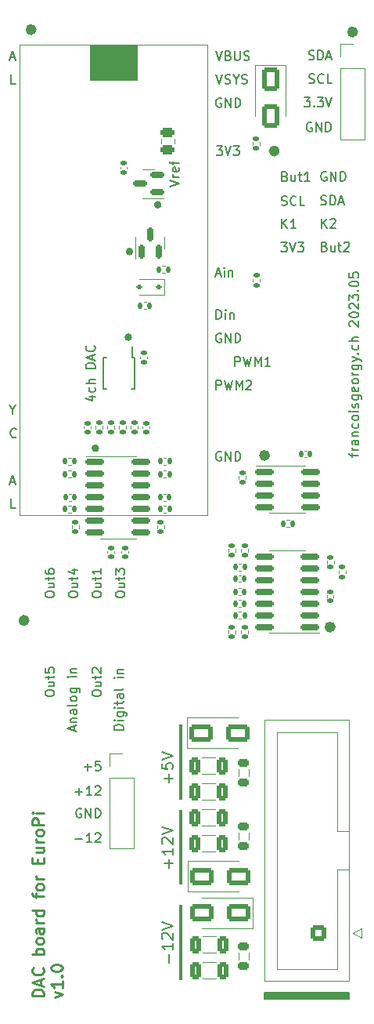
<source format=gbr>
%TF.GenerationSoftware,KiCad,Pcbnew,7.0.2-0*%
%TF.CreationDate,2023-05-29T21:13:20+02:00*%
%TF.ProjectId,dac-board,6461632d-626f-4617-9264-2e6b69636164,rev?*%
%TF.SameCoordinates,Original*%
%TF.FileFunction,Legend,Top*%
%TF.FilePolarity,Positive*%
%FSLAX46Y46*%
G04 Gerber Fmt 4.6, Leading zero omitted, Abs format (unit mm)*
G04 Created by KiCad (PCBNEW 7.0.2-0) date 2023-05-29 21:13:20*
%MOMM*%
%LPD*%
G01*
G04 APERTURE LIST*
G04 Aperture macros list*
%AMRoundRect*
0 Rectangle with rounded corners*
0 $1 Rounding radius*
0 $2 $3 $4 $5 $6 $7 $8 $9 X,Y pos of 4 corners*
0 Add a 4 corners polygon primitive as box body*
4,1,4,$2,$3,$4,$5,$6,$7,$8,$9,$2,$3,0*
0 Add four circle primitives for the rounded corners*
1,1,$1+$1,$2,$3*
1,1,$1+$1,$4,$5*
1,1,$1+$1,$6,$7*
1,1,$1+$1,$8,$9*
0 Add four rect primitives between the rounded corners*
20,1,$1+$1,$2,$3,$4,$5,0*
20,1,$1+$1,$4,$5,$6,$7,0*
20,1,$1+$1,$6,$7,$8,$9,0*
20,1,$1+$1,$8,$9,$2,$3,0*%
G04 Aperture macros list end*
%ADD10C,0.150000*%
%ADD11C,0.400000*%
%ADD12C,0.600000*%
%ADD13C,0.120000*%
%ADD14C,0.200000*%
%ADD15C,0.153000*%
%ADD16C,0.250000*%
%ADD17R,1.700000X1.700000*%
%ADD18O,1.700000X1.700000*%
%ADD19RoundRect,0.135000X0.185000X-0.135000X0.185000X0.135000X-0.185000X0.135000X-0.185000X-0.135000X0*%
%ADD20RoundRect,0.140000X0.140000X0.170000X-0.140000X0.170000X-0.140000X-0.170000X0.140000X-0.170000X0*%
%ADD21RoundRect,0.150000X0.587500X0.150000X-0.587500X0.150000X-0.587500X-0.150000X0.587500X-0.150000X0*%
%ADD22RoundRect,0.250000X-0.325000X-0.650000X0.325000X-0.650000X0.325000X0.650000X-0.325000X0.650000X0*%
%ADD23RoundRect,0.135000X0.135000X0.185000X-0.135000X0.185000X-0.135000X-0.185000X0.135000X-0.185000X0*%
%ADD24RoundRect,0.112500X0.187500X0.112500X-0.187500X0.112500X-0.187500X-0.112500X0.187500X-0.112500X0*%
%ADD25RoundRect,0.250000X-1.000000X-0.650000X1.000000X-0.650000X1.000000X0.650000X-1.000000X0.650000X0*%
%ADD26RoundRect,0.135000X-0.135000X-0.185000X0.135000X-0.185000X0.135000X0.185000X-0.135000X0.185000X0*%
%ADD27RoundRect,0.150000X0.150000X-0.587500X0.150000X0.587500X-0.150000X0.587500X-0.150000X-0.587500X0*%
%ADD28RoundRect,0.135000X-0.185000X0.135000X-0.185000X-0.135000X0.185000X-0.135000X0.185000X0.135000X0*%
%ADD29C,1.524000*%
%ADD30RoundRect,0.150000X-0.825000X-0.150000X0.825000X-0.150000X0.825000X0.150000X-0.825000X0.150000X0*%
%ADD31RoundRect,0.140000X-0.170000X0.140000X-0.170000X-0.140000X0.170000X-0.140000X0.170000X0.140000X0*%
%ADD32RoundRect,0.250000X1.000000X0.650000X-1.000000X0.650000X-1.000000X-0.650000X1.000000X-0.650000X0*%
%ADD33RoundRect,0.250000X0.475000X-0.250000X0.475000X0.250000X-0.475000X0.250000X-0.475000X-0.250000X0*%
%ADD34RoundRect,0.218750X0.381250X-0.218750X0.381250X0.218750X-0.381250X0.218750X-0.381250X-0.218750X0*%
%ADD35RoundRect,0.250000X0.600000X0.600000X-0.600000X0.600000X-0.600000X-0.600000X0.600000X-0.600000X0*%
%ADD36C,1.700000*%
%ADD37RoundRect,0.140000X-0.140000X-0.170000X0.140000X-0.170000X0.140000X0.170000X-0.140000X0.170000X0*%
%ADD38RoundRect,0.218750X-0.381250X0.218750X-0.381250X-0.218750X0.381250X-0.218750X0.381250X0.218750X0*%
%ADD39RoundRect,0.250000X-0.650000X1.000000X-0.650000X-1.000000X0.650000X-1.000000X0.650000X1.000000X0*%
%ADD40RoundRect,0.140000X0.170000X-0.140000X0.170000X0.140000X-0.170000X0.140000X-0.170000X-0.140000X0*%
%ADD41R,0.300000X1.400000*%
%ADD42RoundRect,0.150000X0.825000X0.150000X-0.825000X0.150000X-0.825000X-0.150000X0.825000X-0.150000X0*%
G04 APERTURE END LIST*
D10*
X153642952Y-95916761D02*
X153642952Y-95535809D01*
X154309619Y-95773904D02*
X153452476Y-95773904D01*
X153452476Y-95773904D02*
X153357238Y-95726285D01*
X153357238Y-95726285D02*
X153309619Y-95631047D01*
X153309619Y-95631047D02*
X153309619Y-95535809D01*
X154309619Y-95202475D02*
X153642952Y-95202475D01*
X153833428Y-95202475D02*
X153738190Y-95154856D01*
X153738190Y-95154856D02*
X153690571Y-95107237D01*
X153690571Y-95107237D02*
X153642952Y-95011999D01*
X153642952Y-95011999D02*
X153642952Y-94916761D01*
X154309619Y-94154856D02*
X153785809Y-94154856D01*
X153785809Y-94154856D02*
X153690571Y-94202475D01*
X153690571Y-94202475D02*
X153642952Y-94297713D01*
X153642952Y-94297713D02*
X153642952Y-94488189D01*
X153642952Y-94488189D02*
X153690571Y-94583427D01*
X154262000Y-94154856D02*
X154309619Y-94250094D01*
X154309619Y-94250094D02*
X154309619Y-94488189D01*
X154309619Y-94488189D02*
X154262000Y-94583427D01*
X154262000Y-94583427D02*
X154166761Y-94631046D01*
X154166761Y-94631046D02*
X154071523Y-94631046D01*
X154071523Y-94631046D02*
X153976285Y-94583427D01*
X153976285Y-94583427D02*
X153928666Y-94488189D01*
X153928666Y-94488189D02*
X153928666Y-94250094D01*
X153928666Y-94250094D02*
X153881047Y-94154856D01*
X153642952Y-93678665D02*
X154309619Y-93678665D01*
X153738190Y-93678665D02*
X153690571Y-93631046D01*
X153690571Y-93631046D02*
X153642952Y-93535808D01*
X153642952Y-93535808D02*
X153642952Y-93392951D01*
X153642952Y-93392951D02*
X153690571Y-93297713D01*
X153690571Y-93297713D02*
X153785809Y-93250094D01*
X153785809Y-93250094D02*
X154309619Y-93250094D01*
X154262000Y-92345332D02*
X154309619Y-92440570D01*
X154309619Y-92440570D02*
X154309619Y-92631046D01*
X154309619Y-92631046D02*
X154262000Y-92726284D01*
X154262000Y-92726284D02*
X154214380Y-92773903D01*
X154214380Y-92773903D02*
X154119142Y-92821522D01*
X154119142Y-92821522D02*
X153833428Y-92821522D01*
X153833428Y-92821522D02*
X153738190Y-92773903D01*
X153738190Y-92773903D02*
X153690571Y-92726284D01*
X153690571Y-92726284D02*
X153642952Y-92631046D01*
X153642952Y-92631046D02*
X153642952Y-92440570D01*
X153642952Y-92440570D02*
X153690571Y-92345332D01*
X154309619Y-91773903D02*
X154262000Y-91869141D01*
X154262000Y-91869141D02*
X154214380Y-91916760D01*
X154214380Y-91916760D02*
X154119142Y-91964379D01*
X154119142Y-91964379D02*
X153833428Y-91964379D01*
X153833428Y-91964379D02*
X153738190Y-91916760D01*
X153738190Y-91916760D02*
X153690571Y-91869141D01*
X153690571Y-91869141D02*
X153642952Y-91773903D01*
X153642952Y-91773903D02*
X153642952Y-91631046D01*
X153642952Y-91631046D02*
X153690571Y-91535808D01*
X153690571Y-91535808D02*
X153738190Y-91488189D01*
X153738190Y-91488189D02*
X153833428Y-91440570D01*
X153833428Y-91440570D02*
X154119142Y-91440570D01*
X154119142Y-91440570D02*
X154214380Y-91488189D01*
X154214380Y-91488189D02*
X154262000Y-91535808D01*
X154262000Y-91535808D02*
X154309619Y-91631046D01*
X154309619Y-91631046D02*
X154309619Y-91773903D01*
X154309619Y-91011998D02*
X153642952Y-91011998D01*
X153309619Y-91011998D02*
X153357238Y-91059617D01*
X153357238Y-91059617D02*
X153404857Y-91011998D01*
X153404857Y-91011998D02*
X153357238Y-90964379D01*
X153357238Y-90964379D02*
X153309619Y-91011998D01*
X153309619Y-91011998D02*
X153404857Y-91011998D01*
X154262000Y-90583427D02*
X154309619Y-90488189D01*
X154309619Y-90488189D02*
X154309619Y-90297713D01*
X154309619Y-90297713D02*
X154262000Y-90202475D01*
X154262000Y-90202475D02*
X154166761Y-90154856D01*
X154166761Y-90154856D02*
X154119142Y-90154856D01*
X154119142Y-90154856D02*
X154023904Y-90202475D01*
X154023904Y-90202475D02*
X153976285Y-90297713D01*
X153976285Y-90297713D02*
X153976285Y-90440570D01*
X153976285Y-90440570D02*
X153928666Y-90535808D01*
X153928666Y-90535808D02*
X153833428Y-90583427D01*
X153833428Y-90583427D02*
X153785809Y-90583427D01*
X153785809Y-90583427D02*
X153690571Y-90535808D01*
X153690571Y-90535808D02*
X153642952Y-90440570D01*
X153642952Y-90440570D02*
X153642952Y-90297713D01*
X153642952Y-90297713D02*
X153690571Y-90202475D01*
X153642952Y-89297713D02*
X154452476Y-89297713D01*
X154452476Y-89297713D02*
X154547714Y-89345332D01*
X154547714Y-89345332D02*
X154595333Y-89392951D01*
X154595333Y-89392951D02*
X154642952Y-89488189D01*
X154642952Y-89488189D02*
X154642952Y-89631046D01*
X154642952Y-89631046D02*
X154595333Y-89726284D01*
X154262000Y-89297713D02*
X154309619Y-89392951D01*
X154309619Y-89392951D02*
X154309619Y-89583427D01*
X154309619Y-89583427D02*
X154262000Y-89678665D01*
X154262000Y-89678665D02*
X154214380Y-89726284D01*
X154214380Y-89726284D02*
X154119142Y-89773903D01*
X154119142Y-89773903D02*
X153833428Y-89773903D01*
X153833428Y-89773903D02*
X153738190Y-89726284D01*
X153738190Y-89726284D02*
X153690571Y-89678665D01*
X153690571Y-89678665D02*
X153642952Y-89583427D01*
X153642952Y-89583427D02*
X153642952Y-89392951D01*
X153642952Y-89392951D02*
X153690571Y-89297713D01*
X154262000Y-88440570D02*
X154309619Y-88535808D01*
X154309619Y-88535808D02*
X154309619Y-88726284D01*
X154309619Y-88726284D02*
X154262000Y-88821522D01*
X154262000Y-88821522D02*
X154166761Y-88869141D01*
X154166761Y-88869141D02*
X153785809Y-88869141D01*
X153785809Y-88869141D02*
X153690571Y-88821522D01*
X153690571Y-88821522D02*
X153642952Y-88726284D01*
X153642952Y-88726284D02*
X153642952Y-88535808D01*
X153642952Y-88535808D02*
X153690571Y-88440570D01*
X153690571Y-88440570D02*
X153785809Y-88392951D01*
X153785809Y-88392951D02*
X153881047Y-88392951D01*
X153881047Y-88392951D02*
X153976285Y-88869141D01*
X154309619Y-87821522D02*
X154262000Y-87916760D01*
X154262000Y-87916760D02*
X154214380Y-87964379D01*
X154214380Y-87964379D02*
X154119142Y-88011998D01*
X154119142Y-88011998D02*
X153833428Y-88011998D01*
X153833428Y-88011998D02*
X153738190Y-87964379D01*
X153738190Y-87964379D02*
X153690571Y-87916760D01*
X153690571Y-87916760D02*
X153642952Y-87821522D01*
X153642952Y-87821522D02*
X153642952Y-87678665D01*
X153642952Y-87678665D02*
X153690571Y-87583427D01*
X153690571Y-87583427D02*
X153738190Y-87535808D01*
X153738190Y-87535808D02*
X153833428Y-87488189D01*
X153833428Y-87488189D02*
X154119142Y-87488189D01*
X154119142Y-87488189D02*
X154214380Y-87535808D01*
X154214380Y-87535808D02*
X154262000Y-87583427D01*
X154262000Y-87583427D02*
X154309619Y-87678665D01*
X154309619Y-87678665D02*
X154309619Y-87821522D01*
X154309619Y-87059617D02*
X153642952Y-87059617D01*
X153833428Y-87059617D02*
X153738190Y-87011998D01*
X153738190Y-87011998D02*
X153690571Y-86964379D01*
X153690571Y-86964379D02*
X153642952Y-86869141D01*
X153642952Y-86869141D02*
X153642952Y-86773903D01*
X153642952Y-86011998D02*
X154452476Y-86011998D01*
X154452476Y-86011998D02*
X154547714Y-86059617D01*
X154547714Y-86059617D02*
X154595333Y-86107236D01*
X154595333Y-86107236D02*
X154642952Y-86202474D01*
X154642952Y-86202474D02*
X154642952Y-86345331D01*
X154642952Y-86345331D02*
X154595333Y-86440569D01*
X154262000Y-86011998D02*
X154309619Y-86107236D01*
X154309619Y-86107236D02*
X154309619Y-86297712D01*
X154309619Y-86297712D02*
X154262000Y-86392950D01*
X154262000Y-86392950D02*
X154214380Y-86440569D01*
X154214380Y-86440569D02*
X154119142Y-86488188D01*
X154119142Y-86488188D02*
X153833428Y-86488188D01*
X153833428Y-86488188D02*
X153738190Y-86440569D01*
X153738190Y-86440569D02*
X153690571Y-86392950D01*
X153690571Y-86392950D02*
X153642952Y-86297712D01*
X153642952Y-86297712D02*
X153642952Y-86107236D01*
X153642952Y-86107236D02*
X153690571Y-86011998D01*
X153642952Y-85631045D02*
X154309619Y-85392950D01*
X153642952Y-85154855D02*
X154309619Y-85392950D01*
X154309619Y-85392950D02*
X154547714Y-85488188D01*
X154547714Y-85488188D02*
X154595333Y-85535807D01*
X154595333Y-85535807D02*
X154642952Y-85631045D01*
X154214380Y-84773902D02*
X154262000Y-84726283D01*
X154262000Y-84726283D02*
X154309619Y-84773902D01*
X154309619Y-84773902D02*
X154262000Y-84821521D01*
X154262000Y-84821521D02*
X154214380Y-84773902D01*
X154214380Y-84773902D02*
X154309619Y-84773902D01*
X154262000Y-83869141D02*
X154309619Y-83964379D01*
X154309619Y-83964379D02*
X154309619Y-84154855D01*
X154309619Y-84154855D02*
X154262000Y-84250093D01*
X154262000Y-84250093D02*
X154214380Y-84297712D01*
X154214380Y-84297712D02*
X154119142Y-84345331D01*
X154119142Y-84345331D02*
X153833428Y-84345331D01*
X153833428Y-84345331D02*
X153738190Y-84297712D01*
X153738190Y-84297712D02*
X153690571Y-84250093D01*
X153690571Y-84250093D02*
X153642952Y-84154855D01*
X153642952Y-84154855D02*
X153642952Y-83964379D01*
X153642952Y-83964379D02*
X153690571Y-83869141D01*
X154309619Y-83440569D02*
X153309619Y-83440569D01*
X154309619Y-83011998D02*
X153785809Y-83011998D01*
X153785809Y-83011998D02*
X153690571Y-83059617D01*
X153690571Y-83059617D02*
X153642952Y-83154855D01*
X153642952Y-83154855D02*
X153642952Y-83297712D01*
X153642952Y-83297712D02*
X153690571Y-83392950D01*
X153690571Y-83392950D02*
X153738190Y-83440569D01*
X153404857Y-81821521D02*
X153357238Y-81773902D01*
X153357238Y-81773902D02*
X153309619Y-81678664D01*
X153309619Y-81678664D02*
X153309619Y-81440569D01*
X153309619Y-81440569D02*
X153357238Y-81345331D01*
X153357238Y-81345331D02*
X153404857Y-81297712D01*
X153404857Y-81297712D02*
X153500095Y-81250093D01*
X153500095Y-81250093D02*
X153595333Y-81250093D01*
X153595333Y-81250093D02*
X153738190Y-81297712D01*
X153738190Y-81297712D02*
X154309619Y-81869140D01*
X154309619Y-81869140D02*
X154309619Y-81250093D01*
X153309619Y-80631045D02*
X153309619Y-80535807D01*
X153309619Y-80535807D02*
X153357238Y-80440569D01*
X153357238Y-80440569D02*
X153404857Y-80392950D01*
X153404857Y-80392950D02*
X153500095Y-80345331D01*
X153500095Y-80345331D02*
X153690571Y-80297712D01*
X153690571Y-80297712D02*
X153928666Y-80297712D01*
X153928666Y-80297712D02*
X154119142Y-80345331D01*
X154119142Y-80345331D02*
X154214380Y-80392950D01*
X154214380Y-80392950D02*
X154262000Y-80440569D01*
X154262000Y-80440569D02*
X154309619Y-80535807D01*
X154309619Y-80535807D02*
X154309619Y-80631045D01*
X154309619Y-80631045D02*
X154262000Y-80726283D01*
X154262000Y-80726283D02*
X154214380Y-80773902D01*
X154214380Y-80773902D02*
X154119142Y-80821521D01*
X154119142Y-80821521D02*
X153928666Y-80869140D01*
X153928666Y-80869140D02*
X153690571Y-80869140D01*
X153690571Y-80869140D02*
X153500095Y-80821521D01*
X153500095Y-80821521D02*
X153404857Y-80773902D01*
X153404857Y-80773902D02*
X153357238Y-80726283D01*
X153357238Y-80726283D02*
X153309619Y-80631045D01*
X153404857Y-79916759D02*
X153357238Y-79869140D01*
X153357238Y-79869140D02*
X153309619Y-79773902D01*
X153309619Y-79773902D02*
X153309619Y-79535807D01*
X153309619Y-79535807D02*
X153357238Y-79440569D01*
X153357238Y-79440569D02*
X153404857Y-79392950D01*
X153404857Y-79392950D02*
X153500095Y-79345331D01*
X153500095Y-79345331D02*
X153595333Y-79345331D01*
X153595333Y-79345331D02*
X153738190Y-79392950D01*
X153738190Y-79392950D02*
X154309619Y-79964378D01*
X154309619Y-79964378D02*
X154309619Y-79345331D01*
X153309619Y-79011997D02*
X153309619Y-78392950D01*
X153309619Y-78392950D02*
X153690571Y-78726283D01*
X153690571Y-78726283D02*
X153690571Y-78583426D01*
X153690571Y-78583426D02*
X153738190Y-78488188D01*
X153738190Y-78488188D02*
X153785809Y-78440569D01*
X153785809Y-78440569D02*
X153881047Y-78392950D01*
X153881047Y-78392950D02*
X154119142Y-78392950D01*
X154119142Y-78392950D02*
X154214380Y-78440569D01*
X154214380Y-78440569D02*
X154262000Y-78488188D01*
X154262000Y-78488188D02*
X154309619Y-78583426D01*
X154309619Y-78583426D02*
X154309619Y-78869140D01*
X154309619Y-78869140D02*
X154262000Y-78964378D01*
X154262000Y-78964378D02*
X154214380Y-79011997D01*
X154214380Y-77964378D02*
X154262000Y-77916759D01*
X154262000Y-77916759D02*
X154309619Y-77964378D01*
X154309619Y-77964378D02*
X154262000Y-78011997D01*
X154262000Y-78011997D02*
X154214380Y-77964378D01*
X154214380Y-77964378D02*
X154309619Y-77964378D01*
X153309619Y-77297712D02*
X153309619Y-77202474D01*
X153309619Y-77202474D02*
X153357238Y-77107236D01*
X153357238Y-77107236D02*
X153404857Y-77059617D01*
X153404857Y-77059617D02*
X153500095Y-77011998D01*
X153500095Y-77011998D02*
X153690571Y-76964379D01*
X153690571Y-76964379D02*
X153928666Y-76964379D01*
X153928666Y-76964379D02*
X154119142Y-77011998D01*
X154119142Y-77011998D02*
X154214380Y-77059617D01*
X154214380Y-77059617D02*
X154262000Y-77107236D01*
X154262000Y-77107236D02*
X154309619Y-77202474D01*
X154309619Y-77202474D02*
X154309619Y-77297712D01*
X154309619Y-77297712D02*
X154262000Y-77392950D01*
X154262000Y-77392950D02*
X154214380Y-77440569D01*
X154214380Y-77440569D02*
X154119142Y-77488188D01*
X154119142Y-77488188D02*
X153928666Y-77535807D01*
X153928666Y-77535807D02*
X153690571Y-77535807D01*
X153690571Y-77535807D02*
X153500095Y-77488188D01*
X153500095Y-77488188D02*
X153404857Y-77440569D01*
X153404857Y-77440569D02*
X153357238Y-77392950D01*
X153357238Y-77392950D02*
X153309619Y-77297712D01*
X153309619Y-76059617D02*
X153309619Y-76535807D01*
X153309619Y-76535807D02*
X153785809Y-76583426D01*
X153785809Y-76583426D02*
X153738190Y-76535807D01*
X153738190Y-76535807D02*
X153690571Y-76440569D01*
X153690571Y-76440569D02*
X153690571Y-76202474D01*
X153690571Y-76202474D02*
X153738190Y-76107236D01*
X153738190Y-76107236D02*
X153785809Y-76059617D01*
X153785809Y-76059617D02*
X153881047Y-76011998D01*
X153881047Y-76011998D02*
X154119142Y-76011998D01*
X154119142Y-76011998D02*
X154214380Y-76059617D01*
X154214380Y-76059617D02*
X154262000Y-76107236D01*
X154262000Y-76107236D02*
X154309619Y-76202474D01*
X154309619Y-76202474D02*
X154309619Y-76440569D01*
X154309619Y-76440569D02*
X154262000Y-76535807D01*
X154262000Y-76535807D02*
X154214380Y-76583426D01*
X124634476Y-129417666D02*
X125396381Y-129417666D01*
X125015428Y-129798619D02*
X125015428Y-129036714D01*
X126348761Y-128798619D02*
X125872571Y-128798619D01*
X125872571Y-128798619D02*
X125824952Y-129274809D01*
X125824952Y-129274809D02*
X125872571Y-129227190D01*
X125872571Y-129227190D02*
X125967809Y-129179571D01*
X125967809Y-129179571D02*
X126205904Y-129179571D01*
X126205904Y-129179571D02*
X126301142Y-129227190D01*
X126301142Y-129227190D02*
X126348761Y-129274809D01*
X126348761Y-129274809D02*
X126396380Y-129370047D01*
X126396380Y-129370047D02*
X126396380Y-129608142D01*
X126396380Y-129608142D02*
X126348761Y-129703380D01*
X126348761Y-129703380D02*
X126301142Y-129751000D01*
X126301142Y-129751000D02*
X126205904Y-129798619D01*
X126205904Y-129798619D02*
X125967809Y-129798619D01*
X125967809Y-129798619D02*
X125872571Y-129751000D01*
X125872571Y-129751000D02*
X125824952Y-129703380D01*
X123682095Y-132084666D02*
X124444000Y-132084666D01*
X124063047Y-132465619D02*
X124063047Y-131703714D01*
X125443999Y-132465619D02*
X124872571Y-132465619D01*
X125158285Y-132465619D02*
X125158285Y-131465619D01*
X125158285Y-131465619D02*
X125063047Y-131608476D01*
X125063047Y-131608476D02*
X124967809Y-131703714D01*
X124967809Y-131703714D02*
X124872571Y-131751333D01*
X125824952Y-131560857D02*
X125872571Y-131513238D01*
X125872571Y-131513238D02*
X125967809Y-131465619D01*
X125967809Y-131465619D02*
X126205904Y-131465619D01*
X126205904Y-131465619D02*
X126301142Y-131513238D01*
X126301142Y-131513238D02*
X126348761Y-131560857D01*
X126348761Y-131560857D02*
X126396380Y-131656095D01*
X126396380Y-131656095D02*
X126396380Y-131751333D01*
X126396380Y-131751333D02*
X126348761Y-131894190D01*
X126348761Y-131894190D02*
X125777333Y-132465619D01*
X125777333Y-132465619D02*
X126396380Y-132465619D01*
X123682095Y-137164666D02*
X124444000Y-137164666D01*
X125443999Y-137545619D02*
X124872571Y-137545619D01*
X125158285Y-137545619D02*
X125158285Y-136545619D01*
X125158285Y-136545619D02*
X125063047Y-136688476D01*
X125063047Y-136688476D02*
X124967809Y-136783714D01*
X124967809Y-136783714D02*
X124872571Y-136831333D01*
X125824952Y-136640857D02*
X125872571Y-136593238D01*
X125872571Y-136593238D02*
X125967809Y-136545619D01*
X125967809Y-136545619D02*
X126205904Y-136545619D01*
X126205904Y-136545619D02*
X126301142Y-136593238D01*
X126301142Y-136593238D02*
X126348761Y-136640857D01*
X126348761Y-136640857D02*
X126396380Y-136736095D01*
X126396380Y-136736095D02*
X126396380Y-136831333D01*
X126396380Y-136831333D02*
X126348761Y-136974190D01*
X126348761Y-136974190D02*
X125777333Y-137545619D01*
X125777333Y-137545619D02*
X126396380Y-137545619D01*
X124301142Y-133926238D02*
X124205904Y-133878619D01*
X124205904Y-133878619D02*
X124063047Y-133878619D01*
X124063047Y-133878619D02*
X123920190Y-133926238D01*
X123920190Y-133926238D02*
X123824952Y-134021476D01*
X123824952Y-134021476D02*
X123777333Y-134116714D01*
X123777333Y-134116714D02*
X123729714Y-134307190D01*
X123729714Y-134307190D02*
X123729714Y-134450047D01*
X123729714Y-134450047D02*
X123777333Y-134640523D01*
X123777333Y-134640523D02*
X123824952Y-134735761D01*
X123824952Y-134735761D02*
X123920190Y-134831000D01*
X123920190Y-134831000D02*
X124063047Y-134878619D01*
X124063047Y-134878619D02*
X124158285Y-134878619D01*
X124158285Y-134878619D02*
X124301142Y-134831000D01*
X124301142Y-134831000D02*
X124348761Y-134783380D01*
X124348761Y-134783380D02*
X124348761Y-134450047D01*
X124348761Y-134450047D02*
X124158285Y-134450047D01*
X124777333Y-134878619D02*
X124777333Y-133878619D01*
X124777333Y-133878619D02*
X125348761Y-134878619D01*
X125348761Y-134878619D02*
X125348761Y-133878619D01*
X125824952Y-134878619D02*
X125824952Y-133878619D01*
X125824952Y-133878619D02*
X126063047Y-133878619D01*
X126063047Y-133878619D02*
X126205904Y-133926238D01*
X126205904Y-133926238D02*
X126301142Y-134021476D01*
X126301142Y-134021476D02*
X126348761Y-134116714D01*
X126348761Y-134116714D02*
X126396380Y-134307190D01*
X126396380Y-134307190D02*
X126396380Y-134450047D01*
X126396380Y-134450047D02*
X126348761Y-134640523D01*
X126348761Y-134640523D02*
X126301142Y-134735761D01*
X126301142Y-134735761D02*
X126205904Y-134831000D01*
X126205904Y-134831000D02*
X126063047Y-134878619D01*
X126063047Y-134878619D02*
X125824952Y-134878619D01*
D11*
X129587600Y-83007200D02*
G75*
G03*
X129587600Y-83007200I-200000J0D01*
G01*
X129740000Y-73761600D02*
G75*
G03*
X129740000Y-73761600I-200000J0D01*
G01*
D12*
X118410000Y-113588800D02*
G75*
G03*
X118410000Y-113588800I-300000J0D01*
G01*
X119172000Y-49784000D02*
G75*
G03*
X119172000Y-49784000I-300000J0D01*
G01*
D13*
X134874000Y-134048500D02*
X135128000Y-134048500D01*
X135128000Y-142049500D01*
X134874000Y-142049500D01*
X134874000Y-134048500D01*
G36*
X134874000Y-134048500D02*
G01*
X135128000Y-134048500D01*
X135128000Y-142049500D01*
X134874000Y-142049500D01*
X134874000Y-134048500D01*
G37*
D14*
X144145000Y-153797000D02*
X153289000Y-153797000D01*
X153289000Y-154432000D01*
X144145000Y-154432000D01*
X144145000Y-153797000D01*
G36*
X144145000Y-153797000D02*
G01*
X153289000Y-153797000D01*
X153289000Y-154432000D01*
X144145000Y-154432000D01*
X144145000Y-153797000D01*
G37*
D12*
X151531600Y-114300000D02*
G75*
G03*
X151531600Y-114300000I-300000J0D01*
G01*
D11*
X132788000Y-68707000D02*
G75*
G03*
X132788000Y-68707000I-200000J0D01*
G01*
D12*
X153970000Y-50038000D02*
G75*
G03*
X153970000Y-50038000I-300000J0D01*
G01*
D11*
X126031600Y-94996000D02*
G75*
G03*
X126031600Y-94996000I-200000J0D01*
G01*
D13*
X134874000Y-124841000D02*
X135128000Y-124841000D01*
X135128000Y-132842000D01*
X134874000Y-132842000D01*
X134874000Y-124841000D01*
G36*
X134874000Y-124841000D02*
G01*
X135128000Y-124841000D01*
X135128000Y-132842000D01*
X134874000Y-132842000D01*
X134874000Y-124841000D01*
G37*
D12*
X144445000Y-95758000D02*
G75*
G03*
X144445000Y-95758000I-300000J0D01*
G01*
D13*
X134874000Y-144335500D02*
X135128000Y-144335500D01*
X135128000Y-152336500D01*
X134874000Y-152336500D01*
X134874000Y-144335500D01*
G36*
X134874000Y-144335500D02*
G01*
X135128000Y-144335500D01*
X135128000Y-152336500D01*
X134874000Y-152336500D01*
X134874000Y-144335500D01*
G37*
D12*
X145486400Y-62890400D02*
G75*
G03*
X145486400Y-62890400I-300000J0D01*
G01*
D10*
X117173285Y-101477619D02*
X116697095Y-101477619D01*
X116697095Y-101477619D02*
X116697095Y-100477619D01*
X150301295Y-71200819D02*
X150301295Y-70200819D01*
X150872723Y-71200819D02*
X150444152Y-70629390D01*
X150872723Y-70200819D02*
X150301295Y-70772247D01*
X151253676Y-70296057D02*
X151301295Y-70248438D01*
X151301295Y-70248438D02*
X151396533Y-70200819D01*
X151396533Y-70200819D02*
X151634628Y-70200819D01*
X151634628Y-70200819D02*
X151729866Y-70248438D01*
X151729866Y-70248438D02*
X151777485Y-70296057D01*
X151777485Y-70296057D02*
X151825104Y-70391295D01*
X151825104Y-70391295D02*
X151825104Y-70486533D01*
X151825104Y-70486533D02*
X151777485Y-70629390D01*
X151777485Y-70629390D02*
X151206057Y-71200819D01*
X151206057Y-71200819D02*
X151825104Y-71200819D01*
D14*
X133762000Y-150580285D02*
X133762000Y-149666000D01*
X134219142Y-148466000D02*
X134219142Y-149151714D01*
X134219142Y-148808857D02*
X133019142Y-148808857D01*
X133019142Y-148808857D02*
X133190571Y-148923143D01*
X133190571Y-148923143D02*
X133304857Y-149037428D01*
X133304857Y-149037428D02*
X133362000Y-149151714D01*
X133133428Y-148008857D02*
X133076285Y-147951714D01*
X133076285Y-147951714D02*
X133019142Y-147837429D01*
X133019142Y-147837429D02*
X133019142Y-147551714D01*
X133019142Y-147551714D02*
X133076285Y-147437429D01*
X133076285Y-147437429D02*
X133133428Y-147380286D01*
X133133428Y-147380286D02*
X133247714Y-147323143D01*
X133247714Y-147323143D02*
X133362000Y-147323143D01*
X133362000Y-147323143D02*
X133533428Y-147380286D01*
X133533428Y-147380286D02*
X134219142Y-148066000D01*
X134219142Y-148066000D02*
X134219142Y-147323143D01*
X133019142Y-146980286D02*
X134219142Y-146580286D01*
X134219142Y-146580286D02*
X133019142Y-146180286D01*
D10*
X148440781Y-57119819D02*
X149059828Y-57119819D01*
X149059828Y-57119819D02*
X148726495Y-57500771D01*
X148726495Y-57500771D02*
X148869352Y-57500771D01*
X148869352Y-57500771D02*
X148964590Y-57548390D01*
X148964590Y-57548390D02*
X149012209Y-57596009D01*
X149012209Y-57596009D02*
X149059828Y-57691247D01*
X149059828Y-57691247D02*
X149059828Y-57929342D01*
X149059828Y-57929342D02*
X149012209Y-58024580D01*
X149012209Y-58024580D02*
X148964590Y-58072200D01*
X148964590Y-58072200D02*
X148869352Y-58119819D01*
X148869352Y-58119819D02*
X148583638Y-58119819D01*
X148583638Y-58119819D02*
X148488400Y-58072200D01*
X148488400Y-58072200D02*
X148440781Y-58024580D01*
X149488400Y-58024580D02*
X149536019Y-58072200D01*
X149536019Y-58072200D02*
X149488400Y-58119819D01*
X149488400Y-58119819D02*
X149440781Y-58072200D01*
X149440781Y-58072200D02*
X149488400Y-58024580D01*
X149488400Y-58024580D02*
X149488400Y-58119819D01*
X149869352Y-57119819D02*
X150488399Y-57119819D01*
X150488399Y-57119819D02*
X150155066Y-57500771D01*
X150155066Y-57500771D02*
X150297923Y-57500771D01*
X150297923Y-57500771D02*
X150393161Y-57548390D01*
X150393161Y-57548390D02*
X150440780Y-57596009D01*
X150440780Y-57596009D02*
X150488399Y-57691247D01*
X150488399Y-57691247D02*
X150488399Y-57929342D01*
X150488399Y-57929342D02*
X150440780Y-58024580D01*
X150440780Y-58024580D02*
X150393161Y-58072200D01*
X150393161Y-58072200D02*
X150297923Y-58119819D01*
X150297923Y-58119819D02*
X150012209Y-58119819D01*
X150012209Y-58119819D02*
X149916971Y-58072200D01*
X149916971Y-58072200D02*
X149869352Y-58024580D01*
X150774114Y-57119819D02*
X151107447Y-58119819D01*
X151107447Y-58119819D02*
X151440780Y-57119819D01*
X139445904Y-95394438D02*
X139350666Y-95346819D01*
X139350666Y-95346819D02*
X139207809Y-95346819D01*
X139207809Y-95346819D02*
X139064952Y-95394438D01*
X139064952Y-95394438D02*
X138969714Y-95489676D01*
X138969714Y-95489676D02*
X138922095Y-95584914D01*
X138922095Y-95584914D02*
X138874476Y-95775390D01*
X138874476Y-95775390D02*
X138874476Y-95918247D01*
X138874476Y-95918247D02*
X138922095Y-96108723D01*
X138922095Y-96108723D02*
X138969714Y-96203961D01*
X138969714Y-96203961D02*
X139064952Y-96299200D01*
X139064952Y-96299200D02*
X139207809Y-96346819D01*
X139207809Y-96346819D02*
X139303047Y-96346819D01*
X139303047Y-96346819D02*
X139445904Y-96299200D01*
X139445904Y-96299200D02*
X139493523Y-96251580D01*
X139493523Y-96251580D02*
X139493523Y-95918247D01*
X139493523Y-95918247D02*
X139303047Y-95918247D01*
X139922095Y-96346819D02*
X139922095Y-95346819D01*
X139922095Y-95346819D02*
X140493523Y-96346819D01*
X140493523Y-96346819D02*
X140493523Y-95346819D01*
X140969714Y-96346819D02*
X140969714Y-95346819D01*
X140969714Y-95346819D02*
X141207809Y-95346819D01*
X141207809Y-95346819D02*
X141350666Y-95394438D01*
X141350666Y-95394438D02*
X141445904Y-95489676D01*
X141445904Y-95489676D02*
X141493523Y-95584914D01*
X141493523Y-95584914D02*
X141541142Y-95775390D01*
X141541142Y-95775390D02*
X141541142Y-95918247D01*
X141541142Y-95918247D02*
X141493523Y-96108723D01*
X141493523Y-96108723D02*
X141445904Y-96203961D01*
X141445904Y-96203961D02*
X141350666Y-96299200D01*
X141350666Y-96299200D02*
X141207809Y-96346819D01*
X141207809Y-96346819D02*
X140969714Y-96346819D01*
X116887571Y-90841428D02*
X116887571Y-91317619D01*
X116554238Y-90317619D02*
X116887571Y-90841428D01*
X116887571Y-90841428D02*
X117220904Y-90317619D01*
X146367428Y-65647809D02*
X146510285Y-65695428D01*
X146510285Y-65695428D02*
X146557904Y-65743047D01*
X146557904Y-65743047D02*
X146605523Y-65838285D01*
X146605523Y-65838285D02*
X146605523Y-65981142D01*
X146605523Y-65981142D02*
X146557904Y-66076380D01*
X146557904Y-66076380D02*
X146510285Y-66124000D01*
X146510285Y-66124000D02*
X146415047Y-66171619D01*
X146415047Y-66171619D02*
X146034095Y-66171619D01*
X146034095Y-66171619D02*
X146034095Y-65171619D01*
X146034095Y-65171619D02*
X146367428Y-65171619D01*
X146367428Y-65171619D02*
X146462666Y-65219238D01*
X146462666Y-65219238D02*
X146510285Y-65266857D01*
X146510285Y-65266857D02*
X146557904Y-65362095D01*
X146557904Y-65362095D02*
X146557904Y-65457333D01*
X146557904Y-65457333D02*
X146510285Y-65552571D01*
X146510285Y-65552571D02*
X146462666Y-65600190D01*
X146462666Y-65600190D02*
X146367428Y-65647809D01*
X146367428Y-65647809D02*
X146034095Y-65647809D01*
X147462666Y-65504952D02*
X147462666Y-66171619D01*
X147034095Y-65504952D02*
X147034095Y-66028761D01*
X147034095Y-66028761D02*
X147081714Y-66124000D01*
X147081714Y-66124000D02*
X147176952Y-66171619D01*
X147176952Y-66171619D02*
X147319809Y-66171619D01*
X147319809Y-66171619D02*
X147415047Y-66124000D01*
X147415047Y-66124000D02*
X147462666Y-66076380D01*
X147796000Y-65504952D02*
X148176952Y-65504952D01*
X147938857Y-65171619D02*
X147938857Y-66028761D01*
X147938857Y-66028761D02*
X147986476Y-66124000D01*
X147986476Y-66124000D02*
X148081714Y-66171619D01*
X148081714Y-66171619D02*
X148176952Y-66171619D01*
X149034095Y-66171619D02*
X148462667Y-66171619D01*
X148748381Y-66171619D02*
X148748381Y-65171619D01*
X148748381Y-65171619D02*
X148653143Y-65314476D01*
X148653143Y-65314476D02*
X148557905Y-65409714D01*
X148557905Y-65409714D02*
X148462667Y-65457333D01*
D14*
X133762000Y-131085785D02*
X133762000Y-130171500D01*
X134219142Y-130628642D02*
X133304857Y-130628642D01*
X133019142Y-129028643D02*
X133019142Y-129600071D01*
X133019142Y-129600071D02*
X133590571Y-129657214D01*
X133590571Y-129657214D02*
X133533428Y-129600071D01*
X133533428Y-129600071D02*
X133476285Y-129485786D01*
X133476285Y-129485786D02*
X133476285Y-129200071D01*
X133476285Y-129200071D02*
X133533428Y-129085786D01*
X133533428Y-129085786D02*
X133590571Y-129028643D01*
X133590571Y-129028643D02*
X133704857Y-128971500D01*
X133704857Y-128971500D02*
X133990571Y-128971500D01*
X133990571Y-128971500D02*
X134104857Y-129028643D01*
X134104857Y-129028643D02*
X134162000Y-129085786D01*
X134162000Y-129085786D02*
X134219142Y-129200071D01*
X134219142Y-129200071D02*
X134219142Y-129485786D01*
X134219142Y-129485786D02*
X134162000Y-129600071D01*
X134162000Y-129600071D02*
X134104857Y-129657214D01*
X133019142Y-128628643D02*
X134219142Y-128228643D01*
X134219142Y-128228643D02*
X133019142Y-127828643D01*
D10*
X140954095Y-86110619D02*
X140954095Y-85110619D01*
X140954095Y-85110619D02*
X141335047Y-85110619D01*
X141335047Y-85110619D02*
X141430285Y-85158238D01*
X141430285Y-85158238D02*
X141477904Y-85205857D01*
X141477904Y-85205857D02*
X141525523Y-85301095D01*
X141525523Y-85301095D02*
X141525523Y-85443952D01*
X141525523Y-85443952D02*
X141477904Y-85539190D01*
X141477904Y-85539190D02*
X141430285Y-85586809D01*
X141430285Y-85586809D02*
X141335047Y-85634428D01*
X141335047Y-85634428D02*
X140954095Y-85634428D01*
X141858857Y-85110619D02*
X142096952Y-86110619D01*
X142096952Y-86110619D02*
X142287428Y-85396333D01*
X142287428Y-85396333D02*
X142477904Y-86110619D01*
X142477904Y-86110619D02*
X142716000Y-85110619D01*
X143096952Y-86110619D02*
X143096952Y-85110619D01*
X143096952Y-85110619D02*
X143430285Y-85824904D01*
X143430285Y-85824904D02*
X143763618Y-85110619D01*
X143763618Y-85110619D02*
X143763618Y-86110619D01*
X144763618Y-86110619D02*
X144192190Y-86110619D01*
X144477904Y-86110619D02*
X144477904Y-85110619D01*
X144477904Y-85110619D02*
X144382666Y-85253476D01*
X144382666Y-85253476D02*
X144287428Y-85348714D01*
X144287428Y-85348714D02*
X144192190Y-85396333D01*
X146034095Y-71251619D02*
X146034095Y-70251619D01*
X146605523Y-71251619D02*
X146176952Y-70680190D01*
X146605523Y-70251619D02*
X146034095Y-70823047D01*
X147557904Y-71251619D02*
X146986476Y-71251619D01*
X147272190Y-71251619D02*
X147272190Y-70251619D01*
X147272190Y-70251619D02*
X147176952Y-70394476D01*
X147176952Y-70394476D02*
X147081714Y-70489714D01*
X147081714Y-70489714D02*
X146986476Y-70537333D01*
D15*
X133878619Y-66706761D02*
X134878619Y-66373428D01*
X134878619Y-66373428D02*
X133878619Y-66040095D01*
X134878619Y-65706761D02*
X134211952Y-65706761D01*
X134402428Y-65706761D02*
X134307190Y-65659142D01*
X134307190Y-65659142D02*
X134259571Y-65611523D01*
X134259571Y-65611523D02*
X134211952Y-65516285D01*
X134211952Y-65516285D02*
X134211952Y-65421047D01*
X134831000Y-64706761D02*
X134878619Y-64801999D01*
X134878619Y-64801999D02*
X134878619Y-64992475D01*
X134878619Y-64992475D02*
X134831000Y-65087713D01*
X134831000Y-65087713D02*
X134735761Y-65135332D01*
X134735761Y-65135332D02*
X134354809Y-65135332D01*
X134354809Y-65135332D02*
X134259571Y-65087713D01*
X134259571Y-65087713D02*
X134211952Y-64992475D01*
X134211952Y-64992475D02*
X134211952Y-64801999D01*
X134211952Y-64801999D02*
X134259571Y-64706761D01*
X134259571Y-64706761D02*
X134354809Y-64659142D01*
X134354809Y-64659142D02*
X134450047Y-64659142D01*
X134450047Y-64659142D02*
X134545285Y-65135332D01*
X134211952Y-64373427D02*
X134211952Y-63992475D01*
X134878619Y-64230570D02*
X134021476Y-64230570D01*
X134021476Y-64230570D02*
X133926238Y-64182951D01*
X133926238Y-64182951D02*
X133878619Y-64087713D01*
X133878619Y-64087713D02*
X133878619Y-63992475D01*
D10*
X138953857Y-62377619D02*
X139572904Y-62377619D01*
X139572904Y-62377619D02*
X139239571Y-62758571D01*
X139239571Y-62758571D02*
X139382428Y-62758571D01*
X139382428Y-62758571D02*
X139477666Y-62806190D01*
X139477666Y-62806190D02*
X139525285Y-62853809D01*
X139525285Y-62853809D02*
X139572904Y-62949047D01*
X139572904Y-62949047D02*
X139572904Y-63187142D01*
X139572904Y-63187142D02*
X139525285Y-63282380D01*
X139525285Y-63282380D02*
X139477666Y-63330000D01*
X139477666Y-63330000D02*
X139382428Y-63377619D01*
X139382428Y-63377619D02*
X139096714Y-63377619D01*
X139096714Y-63377619D02*
X139001476Y-63330000D01*
X139001476Y-63330000D02*
X138953857Y-63282380D01*
X139858619Y-62377619D02*
X140191952Y-63377619D01*
X140191952Y-63377619D02*
X140525285Y-62377619D01*
X140763381Y-62377619D02*
X141382428Y-62377619D01*
X141382428Y-62377619D02*
X141049095Y-62758571D01*
X141049095Y-62758571D02*
X141191952Y-62758571D01*
X141191952Y-62758571D02*
X141287190Y-62806190D01*
X141287190Y-62806190D02*
X141334809Y-62853809D01*
X141334809Y-62853809D02*
X141382428Y-62949047D01*
X141382428Y-62949047D02*
X141382428Y-63187142D01*
X141382428Y-63187142D02*
X141334809Y-63282380D01*
X141334809Y-63282380D02*
X141287190Y-63330000D01*
X141287190Y-63330000D02*
X141191952Y-63377619D01*
X141191952Y-63377619D02*
X140906238Y-63377619D01*
X140906238Y-63377619D02*
X140811000Y-63330000D01*
X140811000Y-63330000D02*
X140763381Y-63282380D01*
X123543904Y-125488723D02*
X123543904Y-125012533D01*
X123829619Y-125583961D02*
X122829619Y-125250628D01*
X122829619Y-125250628D02*
X123829619Y-124917295D01*
X123162952Y-124583961D02*
X123829619Y-124583961D01*
X123258190Y-124583961D02*
X123210571Y-124536342D01*
X123210571Y-124536342D02*
X123162952Y-124441104D01*
X123162952Y-124441104D02*
X123162952Y-124298247D01*
X123162952Y-124298247D02*
X123210571Y-124203009D01*
X123210571Y-124203009D02*
X123305809Y-124155390D01*
X123305809Y-124155390D02*
X123829619Y-124155390D01*
X123829619Y-123250628D02*
X123305809Y-123250628D01*
X123305809Y-123250628D02*
X123210571Y-123298247D01*
X123210571Y-123298247D02*
X123162952Y-123393485D01*
X123162952Y-123393485D02*
X123162952Y-123583961D01*
X123162952Y-123583961D02*
X123210571Y-123679199D01*
X123782000Y-123250628D02*
X123829619Y-123345866D01*
X123829619Y-123345866D02*
X123829619Y-123583961D01*
X123829619Y-123583961D02*
X123782000Y-123679199D01*
X123782000Y-123679199D02*
X123686761Y-123726818D01*
X123686761Y-123726818D02*
X123591523Y-123726818D01*
X123591523Y-123726818D02*
X123496285Y-123679199D01*
X123496285Y-123679199D02*
X123448666Y-123583961D01*
X123448666Y-123583961D02*
X123448666Y-123345866D01*
X123448666Y-123345866D02*
X123401047Y-123250628D01*
X123829619Y-122631580D02*
X123782000Y-122726818D01*
X123782000Y-122726818D02*
X123686761Y-122774437D01*
X123686761Y-122774437D02*
X122829619Y-122774437D01*
X123829619Y-122107770D02*
X123782000Y-122203008D01*
X123782000Y-122203008D02*
X123734380Y-122250627D01*
X123734380Y-122250627D02*
X123639142Y-122298246D01*
X123639142Y-122298246D02*
X123353428Y-122298246D01*
X123353428Y-122298246D02*
X123258190Y-122250627D01*
X123258190Y-122250627D02*
X123210571Y-122203008D01*
X123210571Y-122203008D02*
X123162952Y-122107770D01*
X123162952Y-122107770D02*
X123162952Y-121964913D01*
X123162952Y-121964913D02*
X123210571Y-121869675D01*
X123210571Y-121869675D02*
X123258190Y-121822056D01*
X123258190Y-121822056D02*
X123353428Y-121774437D01*
X123353428Y-121774437D02*
X123639142Y-121774437D01*
X123639142Y-121774437D02*
X123734380Y-121822056D01*
X123734380Y-121822056D02*
X123782000Y-121869675D01*
X123782000Y-121869675D02*
X123829619Y-121964913D01*
X123829619Y-121964913D02*
X123829619Y-122107770D01*
X123162952Y-120917294D02*
X123972476Y-120917294D01*
X123972476Y-120917294D02*
X124067714Y-120964913D01*
X124067714Y-120964913D02*
X124115333Y-121012532D01*
X124115333Y-121012532D02*
X124162952Y-121107770D01*
X124162952Y-121107770D02*
X124162952Y-121250627D01*
X124162952Y-121250627D02*
X124115333Y-121345865D01*
X123782000Y-120917294D02*
X123829619Y-121012532D01*
X123829619Y-121012532D02*
X123829619Y-121203008D01*
X123829619Y-121203008D02*
X123782000Y-121298246D01*
X123782000Y-121298246D02*
X123734380Y-121345865D01*
X123734380Y-121345865D02*
X123639142Y-121393484D01*
X123639142Y-121393484D02*
X123353428Y-121393484D01*
X123353428Y-121393484D02*
X123258190Y-121345865D01*
X123258190Y-121345865D02*
X123210571Y-121298246D01*
X123210571Y-121298246D02*
X123162952Y-121203008D01*
X123162952Y-121203008D02*
X123162952Y-121012532D01*
X123162952Y-121012532D02*
X123210571Y-120917294D01*
X123829619Y-119679198D02*
X123162952Y-119679198D01*
X122829619Y-119679198D02*
X122877238Y-119726817D01*
X122877238Y-119726817D02*
X122924857Y-119679198D01*
X122924857Y-119679198D02*
X122877238Y-119631579D01*
X122877238Y-119631579D02*
X122829619Y-119679198D01*
X122829619Y-119679198D02*
X122924857Y-119679198D01*
X123162952Y-119203008D02*
X123829619Y-119203008D01*
X123258190Y-119203008D02*
X123210571Y-119155389D01*
X123210571Y-119155389D02*
X123162952Y-119060151D01*
X123162952Y-119060151D02*
X123162952Y-118917294D01*
X123162952Y-118917294D02*
X123210571Y-118822056D01*
X123210571Y-118822056D02*
X123305809Y-118774437D01*
X123305809Y-118774437D02*
X123829619Y-118774437D01*
X145986476Y-68714800D02*
X146129333Y-68762419D01*
X146129333Y-68762419D02*
X146367428Y-68762419D01*
X146367428Y-68762419D02*
X146462666Y-68714800D01*
X146462666Y-68714800D02*
X146510285Y-68667180D01*
X146510285Y-68667180D02*
X146557904Y-68571942D01*
X146557904Y-68571942D02*
X146557904Y-68476704D01*
X146557904Y-68476704D02*
X146510285Y-68381466D01*
X146510285Y-68381466D02*
X146462666Y-68333847D01*
X146462666Y-68333847D02*
X146367428Y-68286228D01*
X146367428Y-68286228D02*
X146176952Y-68238609D01*
X146176952Y-68238609D02*
X146081714Y-68190990D01*
X146081714Y-68190990D02*
X146034095Y-68143371D01*
X146034095Y-68143371D02*
X145986476Y-68048133D01*
X145986476Y-68048133D02*
X145986476Y-67952895D01*
X145986476Y-67952895D02*
X146034095Y-67857657D01*
X146034095Y-67857657D02*
X146081714Y-67810038D01*
X146081714Y-67810038D02*
X146176952Y-67762419D01*
X146176952Y-67762419D02*
X146415047Y-67762419D01*
X146415047Y-67762419D02*
X146557904Y-67810038D01*
X147557904Y-68667180D02*
X147510285Y-68714800D01*
X147510285Y-68714800D02*
X147367428Y-68762419D01*
X147367428Y-68762419D02*
X147272190Y-68762419D01*
X147272190Y-68762419D02*
X147129333Y-68714800D01*
X147129333Y-68714800D02*
X147034095Y-68619561D01*
X147034095Y-68619561D02*
X146986476Y-68524323D01*
X146986476Y-68524323D02*
X146938857Y-68333847D01*
X146938857Y-68333847D02*
X146938857Y-68190990D01*
X146938857Y-68190990D02*
X146986476Y-68000514D01*
X146986476Y-68000514D02*
X147034095Y-67905276D01*
X147034095Y-67905276D02*
X147129333Y-67810038D01*
X147129333Y-67810038D02*
X147272190Y-67762419D01*
X147272190Y-67762419D02*
X147367428Y-67762419D01*
X147367428Y-67762419D02*
X147510285Y-67810038D01*
X147510285Y-67810038D02*
X147557904Y-67857657D01*
X148462666Y-68762419D02*
X147986476Y-68762419D01*
X147986476Y-68762419D02*
X147986476Y-67762419D01*
X138874476Y-76172904D02*
X139350666Y-76172904D01*
X138779238Y-76458619D02*
X139112571Y-75458619D01*
X139112571Y-75458619D02*
X139445904Y-76458619D01*
X139779238Y-76458619D02*
X139779238Y-75791952D01*
X139779238Y-75458619D02*
X139731619Y-75506238D01*
X139731619Y-75506238D02*
X139779238Y-75553857D01*
X139779238Y-75553857D02*
X139826857Y-75506238D01*
X139826857Y-75506238D02*
X139779238Y-75458619D01*
X139779238Y-75458619D02*
X139779238Y-75553857D01*
X140255428Y-75791952D02*
X140255428Y-76458619D01*
X140255428Y-75887190D02*
X140303047Y-75839571D01*
X140303047Y-75839571D02*
X140398285Y-75791952D01*
X140398285Y-75791952D02*
X140541142Y-75791952D01*
X140541142Y-75791952D02*
X140636380Y-75839571D01*
X140636380Y-75839571D02*
X140683999Y-75934809D01*
X140683999Y-75934809D02*
X140683999Y-76458619D01*
X150634628Y-73217009D02*
X150777485Y-73264628D01*
X150777485Y-73264628D02*
X150825104Y-73312247D01*
X150825104Y-73312247D02*
X150872723Y-73407485D01*
X150872723Y-73407485D02*
X150872723Y-73550342D01*
X150872723Y-73550342D02*
X150825104Y-73645580D01*
X150825104Y-73645580D02*
X150777485Y-73693200D01*
X150777485Y-73693200D02*
X150682247Y-73740819D01*
X150682247Y-73740819D02*
X150301295Y-73740819D01*
X150301295Y-73740819D02*
X150301295Y-72740819D01*
X150301295Y-72740819D02*
X150634628Y-72740819D01*
X150634628Y-72740819D02*
X150729866Y-72788438D01*
X150729866Y-72788438D02*
X150777485Y-72836057D01*
X150777485Y-72836057D02*
X150825104Y-72931295D01*
X150825104Y-72931295D02*
X150825104Y-73026533D01*
X150825104Y-73026533D02*
X150777485Y-73121771D01*
X150777485Y-73121771D02*
X150729866Y-73169390D01*
X150729866Y-73169390D02*
X150634628Y-73217009D01*
X150634628Y-73217009D02*
X150301295Y-73217009D01*
X151729866Y-73074152D02*
X151729866Y-73740819D01*
X151301295Y-73074152D02*
X151301295Y-73597961D01*
X151301295Y-73597961D02*
X151348914Y-73693200D01*
X151348914Y-73693200D02*
X151444152Y-73740819D01*
X151444152Y-73740819D02*
X151587009Y-73740819D01*
X151587009Y-73740819D02*
X151682247Y-73693200D01*
X151682247Y-73693200D02*
X151729866Y-73645580D01*
X152063200Y-73074152D02*
X152444152Y-73074152D01*
X152206057Y-72740819D02*
X152206057Y-73597961D01*
X152206057Y-73597961D02*
X152253676Y-73693200D01*
X152253676Y-73693200D02*
X152348914Y-73740819D01*
X152348914Y-73740819D02*
X152444152Y-73740819D01*
X152729867Y-72836057D02*
X152777486Y-72788438D01*
X152777486Y-72788438D02*
X152872724Y-72740819D01*
X152872724Y-72740819D02*
X153110819Y-72740819D01*
X153110819Y-72740819D02*
X153206057Y-72788438D01*
X153206057Y-72788438D02*
X153253676Y-72836057D01*
X153253676Y-72836057D02*
X153301295Y-72931295D01*
X153301295Y-72931295D02*
X153301295Y-73026533D01*
X153301295Y-73026533D02*
X153253676Y-73169390D01*
X153253676Y-73169390D02*
X152682248Y-73740819D01*
X152682248Y-73740819D02*
X153301295Y-73740819D01*
X139445904Y-57218238D02*
X139350666Y-57170619D01*
X139350666Y-57170619D02*
X139207809Y-57170619D01*
X139207809Y-57170619D02*
X139064952Y-57218238D01*
X139064952Y-57218238D02*
X138969714Y-57313476D01*
X138969714Y-57313476D02*
X138922095Y-57408714D01*
X138922095Y-57408714D02*
X138874476Y-57599190D01*
X138874476Y-57599190D02*
X138874476Y-57742047D01*
X138874476Y-57742047D02*
X138922095Y-57932523D01*
X138922095Y-57932523D02*
X138969714Y-58027761D01*
X138969714Y-58027761D02*
X139064952Y-58123000D01*
X139064952Y-58123000D02*
X139207809Y-58170619D01*
X139207809Y-58170619D02*
X139303047Y-58170619D01*
X139303047Y-58170619D02*
X139445904Y-58123000D01*
X139445904Y-58123000D02*
X139493523Y-58075380D01*
X139493523Y-58075380D02*
X139493523Y-57742047D01*
X139493523Y-57742047D02*
X139303047Y-57742047D01*
X139922095Y-58170619D02*
X139922095Y-57170619D01*
X139922095Y-57170619D02*
X140493523Y-58170619D01*
X140493523Y-58170619D02*
X140493523Y-57170619D01*
X140969714Y-58170619D02*
X140969714Y-57170619D01*
X140969714Y-57170619D02*
X141207809Y-57170619D01*
X141207809Y-57170619D02*
X141350666Y-57218238D01*
X141350666Y-57218238D02*
X141445904Y-57313476D01*
X141445904Y-57313476D02*
X141493523Y-57408714D01*
X141493523Y-57408714D02*
X141541142Y-57599190D01*
X141541142Y-57599190D02*
X141541142Y-57742047D01*
X141541142Y-57742047D02*
X141493523Y-57932523D01*
X141493523Y-57932523D02*
X141445904Y-58027761D01*
X141445904Y-58027761D02*
X141350666Y-58123000D01*
X141350666Y-58123000D02*
X141207809Y-58170619D01*
X141207809Y-58170619D02*
X140969714Y-58170619D01*
X117173285Y-55630619D02*
X116697095Y-55630619D01*
X116697095Y-55630619D02*
X116697095Y-54630619D01*
X150825104Y-65168438D02*
X150729866Y-65120819D01*
X150729866Y-65120819D02*
X150587009Y-65120819D01*
X150587009Y-65120819D02*
X150444152Y-65168438D01*
X150444152Y-65168438D02*
X150348914Y-65263676D01*
X150348914Y-65263676D02*
X150301295Y-65358914D01*
X150301295Y-65358914D02*
X150253676Y-65549390D01*
X150253676Y-65549390D02*
X150253676Y-65692247D01*
X150253676Y-65692247D02*
X150301295Y-65882723D01*
X150301295Y-65882723D02*
X150348914Y-65977961D01*
X150348914Y-65977961D02*
X150444152Y-66073200D01*
X150444152Y-66073200D02*
X150587009Y-66120819D01*
X150587009Y-66120819D02*
X150682247Y-66120819D01*
X150682247Y-66120819D02*
X150825104Y-66073200D01*
X150825104Y-66073200D02*
X150872723Y-66025580D01*
X150872723Y-66025580D02*
X150872723Y-65692247D01*
X150872723Y-65692247D02*
X150682247Y-65692247D01*
X151301295Y-66120819D02*
X151301295Y-65120819D01*
X151301295Y-65120819D02*
X151872723Y-66120819D01*
X151872723Y-66120819D02*
X151872723Y-65120819D01*
X152348914Y-66120819D02*
X152348914Y-65120819D01*
X152348914Y-65120819D02*
X152587009Y-65120819D01*
X152587009Y-65120819D02*
X152729866Y-65168438D01*
X152729866Y-65168438D02*
X152825104Y-65263676D01*
X152825104Y-65263676D02*
X152872723Y-65358914D01*
X152872723Y-65358914D02*
X152920342Y-65549390D01*
X152920342Y-65549390D02*
X152920342Y-65692247D01*
X152920342Y-65692247D02*
X152872723Y-65882723D01*
X152872723Y-65882723D02*
X152825104Y-65977961D01*
X152825104Y-65977961D02*
X152729866Y-66073200D01*
X152729866Y-66073200D02*
X152587009Y-66120819D01*
X152587009Y-66120819D02*
X152348914Y-66120819D01*
X145938857Y-72791619D02*
X146557904Y-72791619D01*
X146557904Y-72791619D02*
X146224571Y-73172571D01*
X146224571Y-73172571D02*
X146367428Y-73172571D01*
X146367428Y-73172571D02*
X146462666Y-73220190D01*
X146462666Y-73220190D02*
X146510285Y-73267809D01*
X146510285Y-73267809D02*
X146557904Y-73363047D01*
X146557904Y-73363047D02*
X146557904Y-73601142D01*
X146557904Y-73601142D02*
X146510285Y-73696380D01*
X146510285Y-73696380D02*
X146462666Y-73744000D01*
X146462666Y-73744000D02*
X146367428Y-73791619D01*
X146367428Y-73791619D02*
X146081714Y-73791619D01*
X146081714Y-73791619D02*
X145986476Y-73744000D01*
X145986476Y-73744000D02*
X145938857Y-73696380D01*
X146843619Y-72791619D02*
X147176952Y-73791619D01*
X147176952Y-73791619D02*
X147510285Y-72791619D01*
X147748381Y-72791619D02*
X148367428Y-72791619D01*
X148367428Y-72791619D02*
X148034095Y-73172571D01*
X148034095Y-73172571D02*
X148176952Y-73172571D01*
X148176952Y-73172571D02*
X148272190Y-73220190D01*
X148272190Y-73220190D02*
X148319809Y-73267809D01*
X148319809Y-73267809D02*
X148367428Y-73363047D01*
X148367428Y-73363047D02*
X148367428Y-73601142D01*
X148367428Y-73601142D02*
X148319809Y-73696380D01*
X148319809Y-73696380D02*
X148272190Y-73744000D01*
X148272190Y-73744000D02*
X148176952Y-73791619D01*
X148176952Y-73791619D02*
X147891238Y-73791619D01*
X147891238Y-73791619D02*
X147796000Y-73744000D01*
X147796000Y-73744000D02*
X147748381Y-73696380D01*
X149250304Y-59834438D02*
X149155066Y-59786819D01*
X149155066Y-59786819D02*
X149012209Y-59786819D01*
X149012209Y-59786819D02*
X148869352Y-59834438D01*
X148869352Y-59834438D02*
X148774114Y-59929676D01*
X148774114Y-59929676D02*
X148726495Y-60024914D01*
X148726495Y-60024914D02*
X148678876Y-60215390D01*
X148678876Y-60215390D02*
X148678876Y-60358247D01*
X148678876Y-60358247D02*
X148726495Y-60548723D01*
X148726495Y-60548723D02*
X148774114Y-60643961D01*
X148774114Y-60643961D02*
X148869352Y-60739200D01*
X148869352Y-60739200D02*
X149012209Y-60786819D01*
X149012209Y-60786819D02*
X149107447Y-60786819D01*
X149107447Y-60786819D02*
X149250304Y-60739200D01*
X149250304Y-60739200D02*
X149297923Y-60691580D01*
X149297923Y-60691580D02*
X149297923Y-60358247D01*
X149297923Y-60358247D02*
X149107447Y-60358247D01*
X149726495Y-60786819D02*
X149726495Y-59786819D01*
X149726495Y-59786819D02*
X150297923Y-60786819D01*
X150297923Y-60786819D02*
X150297923Y-59786819D01*
X150774114Y-60786819D02*
X150774114Y-59786819D01*
X150774114Y-59786819D02*
X151012209Y-59786819D01*
X151012209Y-59786819D02*
X151155066Y-59834438D01*
X151155066Y-59834438D02*
X151250304Y-59929676D01*
X151250304Y-59929676D02*
X151297923Y-60024914D01*
X151297923Y-60024914D02*
X151345542Y-60215390D01*
X151345542Y-60215390D02*
X151345542Y-60358247D01*
X151345542Y-60358247D02*
X151297923Y-60548723D01*
X151297923Y-60548723D02*
X151250304Y-60643961D01*
X151250304Y-60643961D02*
X151155066Y-60739200D01*
X151155066Y-60739200D02*
X151012209Y-60786819D01*
X151012209Y-60786819D02*
X150774114Y-60786819D01*
X139445904Y-82618238D02*
X139350666Y-82570619D01*
X139350666Y-82570619D02*
X139207809Y-82570619D01*
X139207809Y-82570619D02*
X139064952Y-82618238D01*
X139064952Y-82618238D02*
X138969714Y-82713476D01*
X138969714Y-82713476D02*
X138922095Y-82808714D01*
X138922095Y-82808714D02*
X138874476Y-82999190D01*
X138874476Y-82999190D02*
X138874476Y-83142047D01*
X138874476Y-83142047D02*
X138922095Y-83332523D01*
X138922095Y-83332523D02*
X138969714Y-83427761D01*
X138969714Y-83427761D02*
X139064952Y-83523000D01*
X139064952Y-83523000D02*
X139207809Y-83570619D01*
X139207809Y-83570619D02*
X139303047Y-83570619D01*
X139303047Y-83570619D02*
X139445904Y-83523000D01*
X139445904Y-83523000D02*
X139493523Y-83475380D01*
X139493523Y-83475380D02*
X139493523Y-83142047D01*
X139493523Y-83142047D02*
X139303047Y-83142047D01*
X139922095Y-83570619D02*
X139922095Y-82570619D01*
X139922095Y-82570619D02*
X140493523Y-83570619D01*
X140493523Y-83570619D02*
X140493523Y-82570619D01*
X140969714Y-83570619D02*
X140969714Y-82570619D01*
X140969714Y-82570619D02*
X141207809Y-82570619D01*
X141207809Y-82570619D02*
X141350666Y-82618238D01*
X141350666Y-82618238D02*
X141445904Y-82713476D01*
X141445904Y-82713476D02*
X141493523Y-82808714D01*
X141493523Y-82808714D02*
X141541142Y-82999190D01*
X141541142Y-82999190D02*
X141541142Y-83142047D01*
X141541142Y-83142047D02*
X141493523Y-83332523D01*
X141493523Y-83332523D02*
X141445904Y-83427761D01*
X141445904Y-83427761D02*
X141350666Y-83523000D01*
X141350666Y-83523000D02*
X141207809Y-83570619D01*
X141207809Y-83570619D02*
X140969714Y-83570619D01*
X138906238Y-52090619D02*
X139239571Y-53090619D01*
X139239571Y-53090619D02*
X139572904Y-52090619D01*
X140239571Y-52566809D02*
X140382428Y-52614428D01*
X140382428Y-52614428D02*
X140430047Y-52662047D01*
X140430047Y-52662047D02*
X140477666Y-52757285D01*
X140477666Y-52757285D02*
X140477666Y-52900142D01*
X140477666Y-52900142D02*
X140430047Y-52995380D01*
X140430047Y-52995380D02*
X140382428Y-53043000D01*
X140382428Y-53043000D02*
X140287190Y-53090619D01*
X140287190Y-53090619D02*
X139906238Y-53090619D01*
X139906238Y-53090619D02*
X139906238Y-52090619D01*
X139906238Y-52090619D02*
X140239571Y-52090619D01*
X140239571Y-52090619D02*
X140334809Y-52138238D01*
X140334809Y-52138238D02*
X140382428Y-52185857D01*
X140382428Y-52185857D02*
X140430047Y-52281095D01*
X140430047Y-52281095D02*
X140430047Y-52376333D01*
X140430047Y-52376333D02*
X140382428Y-52471571D01*
X140382428Y-52471571D02*
X140334809Y-52519190D01*
X140334809Y-52519190D02*
X140239571Y-52566809D01*
X140239571Y-52566809D02*
X139906238Y-52566809D01*
X140906238Y-52090619D02*
X140906238Y-52900142D01*
X140906238Y-52900142D02*
X140953857Y-52995380D01*
X140953857Y-52995380D02*
X141001476Y-53043000D01*
X141001476Y-53043000D02*
X141096714Y-53090619D01*
X141096714Y-53090619D02*
X141287190Y-53090619D01*
X141287190Y-53090619D02*
X141382428Y-53043000D01*
X141382428Y-53043000D02*
X141430047Y-52995380D01*
X141430047Y-52995380D02*
X141477666Y-52900142D01*
X141477666Y-52900142D02*
X141477666Y-52090619D01*
X141906238Y-53043000D02*
X142049095Y-53090619D01*
X142049095Y-53090619D02*
X142287190Y-53090619D01*
X142287190Y-53090619D02*
X142382428Y-53043000D01*
X142382428Y-53043000D02*
X142430047Y-52995380D01*
X142430047Y-52995380D02*
X142477666Y-52900142D01*
X142477666Y-52900142D02*
X142477666Y-52804904D01*
X142477666Y-52804904D02*
X142430047Y-52709666D01*
X142430047Y-52709666D02*
X142382428Y-52662047D01*
X142382428Y-52662047D02*
X142287190Y-52614428D01*
X142287190Y-52614428D02*
X142096714Y-52566809D01*
X142096714Y-52566809D02*
X142001476Y-52519190D01*
X142001476Y-52519190D02*
X141953857Y-52471571D01*
X141953857Y-52471571D02*
X141906238Y-52376333D01*
X141906238Y-52376333D02*
X141906238Y-52281095D01*
X141906238Y-52281095D02*
X141953857Y-52185857D01*
X141953857Y-52185857D02*
X142001476Y-52138238D01*
X142001476Y-52138238D02*
X142096714Y-52090619D01*
X142096714Y-52090619D02*
X142334809Y-52090619D01*
X142334809Y-52090619D02*
X142477666Y-52138238D01*
X125144152Y-89401733D02*
X125810819Y-89401733D01*
X124763200Y-89639828D02*
X125477485Y-89877923D01*
X125477485Y-89877923D02*
X125477485Y-89258876D01*
X125763200Y-88449352D02*
X125810819Y-88544590D01*
X125810819Y-88544590D02*
X125810819Y-88735066D01*
X125810819Y-88735066D02*
X125763200Y-88830304D01*
X125763200Y-88830304D02*
X125715580Y-88877923D01*
X125715580Y-88877923D02*
X125620342Y-88925542D01*
X125620342Y-88925542D02*
X125334628Y-88925542D01*
X125334628Y-88925542D02*
X125239390Y-88877923D01*
X125239390Y-88877923D02*
X125191771Y-88830304D01*
X125191771Y-88830304D02*
X125144152Y-88735066D01*
X125144152Y-88735066D02*
X125144152Y-88544590D01*
X125144152Y-88544590D02*
X125191771Y-88449352D01*
X125810819Y-88020780D02*
X124810819Y-88020780D01*
X125810819Y-87592209D02*
X125287009Y-87592209D01*
X125287009Y-87592209D02*
X125191771Y-87639828D01*
X125191771Y-87639828D02*
X125144152Y-87735066D01*
X125144152Y-87735066D02*
X125144152Y-87877923D01*
X125144152Y-87877923D02*
X125191771Y-87973161D01*
X125191771Y-87973161D02*
X125239390Y-88020780D01*
X125810819Y-86354113D02*
X124810819Y-86354113D01*
X124810819Y-86354113D02*
X124810819Y-86116018D01*
X124810819Y-86116018D02*
X124858438Y-85973161D01*
X124858438Y-85973161D02*
X124953676Y-85877923D01*
X124953676Y-85877923D02*
X125048914Y-85830304D01*
X125048914Y-85830304D02*
X125239390Y-85782685D01*
X125239390Y-85782685D02*
X125382247Y-85782685D01*
X125382247Y-85782685D02*
X125572723Y-85830304D01*
X125572723Y-85830304D02*
X125667961Y-85877923D01*
X125667961Y-85877923D02*
X125763200Y-85973161D01*
X125763200Y-85973161D02*
X125810819Y-86116018D01*
X125810819Y-86116018D02*
X125810819Y-86354113D01*
X125525104Y-85401732D02*
X125525104Y-84925542D01*
X125810819Y-85496970D02*
X124810819Y-85163637D01*
X124810819Y-85163637D02*
X125810819Y-84830304D01*
X125715580Y-83925542D02*
X125763200Y-83973161D01*
X125763200Y-83973161D02*
X125810819Y-84116018D01*
X125810819Y-84116018D02*
X125810819Y-84211256D01*
X125810819Y-84211256D02*
X125763200Y-84354113D01*
X125763200Y-84354113D02*
X125667961Y-84449351D01*
X125667961Y-84449351D02*
X125572723Y-84496970D01*
X125572723Y-84496970D02*
X125382247Y-84544589D01*
X125382247Y-84544589D02*
X125239390Y-84544589D01*
X125239390Y-84544589D02*
X125048914Y-84496970D01*
X125048914Y-84496970D02*
X124953676Y-84449351D01*
X124953676Y-84449351D02*
X124858438Y-84354113D01*
X124858438Y-84354113D02*
X124810819Y-84211256D01*
X124810819Y-84211256D02*
X124810819Y-84116018D01*
X124810819Y-84116018D02*
X124858438Y-83973161D01*
X124858438Y-83973161D02*
X124906057Y-83925542D01*
X138922095Y-88650619D02*
X138922095Y-87650619D01*
X138922095Y-87650619D02*
X139303047Y-87650619D01*
X139303047Y-87650619D02*
X139398285Y-87698238D01*
X139398285Y-87698238D02*
X139445904Y-87745857D01*
X139445904Y-87745857D02*
X139493523Y-87841095D01*
X139493523Y-87841095D02*
X139493523Y-87983952D01*
X139493523Y-87983952D02*
X139445904Y-88079190D01*
X139445904Y-88079190D02*
X139398285Y-88126809D01*
X139398285Y-88126809D02*
X139303047Y-88174428D01*
X139303047Y-88174428D02*
X138922095Y-88174428D01*
X139826857Y-87650619D02*
X140064952Y-88650619D01*
X140064952Y-88650619D02*
X140255428Y-87936333D01*
X140255428Y-87936333D02*
X140445904Y-88650619D01*
X140445904Y-88650619D02*
X140684000Y-87650619D01*
X141064952Y-88650619D02*
X141064952Y-87650619D01*
X141064952Y-87650619D02*
X141398285Y-88364904D01*
X141398285Y-88364904D02*
X141731618Y-87650619D01*
X141731618Y-87650619D02*
X141731618Y-88650619D01*
X142160190Y-87745857D02*
X142207809Y-87698238D01*
X142207809Y-87698238D02*
X142303047Y-87650619D01*
X142303047Y-87650619D02*
X142541142Y-87650619D01*
X142541142Y-87650619D02*
X142636380Y-87698238D01*
X142636380Y-87698238D02*
X142683999Y-87745857D01*
X142683999Y-87745857D02*
X142731618Y-87841095D01*
X142731618Y-87841095D02*
X142731618Y-87936333D01*
X142731618Y-87936333D02*
X142683999Y-88079190D01*
X142683999Y-88079190D02*
X142112571Y-88650619D01*
X142112571Y-88650619D02*
X142731618Y-88650619D01*
X120391219Y-110874228D02*
X120391219Y-110683752D01*
X120391219Y-110683752D02*
X120438838Y-110588514D01*
X120438838Y-110588514D02*
X120534076Y-110493276D01*
X120534076Y-110493276D02*
X120724552Y-110445657D01*
X120724552Y-110445657D02*
X121057885Y-110445657D01*
X121057885Y-110445657D02*
X121248361Y-110493276D01*
X121248361Y-110493276D02*
X121343600Y-110588514D01*
X121343600Y-110588514D02*
X121391219Y-110683752D01*
X121391219Y-110683752D02*
X121391219Y-110874228D01*
X121391219Y-110874228D02*
X121343600Y-110969466D01*
X121343600Y-110969466D02*
X121248361Y-111064704D01*
X121248361Y-111064704D02*
X121057885Y-111112323D01*
X121057885Y-111112323D02*
X120724552Y-111112323D01*
X120724552Y-111112323D02*
X120534076Y-111064704D01*
X120534076Y-111064704D02*
X120438838Y-110969466D01*
X120438838Y-110969466D02*
X120391219Y-110874228D01*
X120724552Y-109588514D02*
X121391219Y-109588514D01*
X120724552Y-110017085D02*
X121248361Y-110017085D01*
X121248361Y-110017085D02*
X121343600Y-109969466D01*
X121343600Y-109969466D02*
X121391219Y-109874228D01*
X121391219Y-109874228D02*
X121391219Y-109731371D01*
X121391219Y-109731371D02*
X121343600Y-109636133D01*
X121343600Y-109636133D02*
X121295980Y-109588514D01*
X120724552Y-109255180D02*
X120724552Y-108874228D01*
X120391219Y-109112323D02*
X121248361Y-109112323D01*
X121248361Y-109112323D02*
X121343600Y-109064704D01*
X121343600Y-109064704D02*
X121391219Y-108969466D01*
X121391219Y-108969466D02*
X121391219Y-108874228D01*
X120391219Y-108112323D02*
X120391219Y-108302799D01*
X120391219Y-108302799D02*
X120438838Y-108398037D01*
X120438838Y-108398037D02*
X120486457Y-108445656D01*
X120486457Y-108445656D02*
X120629314Y-108540894D01*
X120629314Y-108540894D02*
X120819790Y-108588513D01*
X120819790Y-108588513D02*
X121200742Y-108588513D01*
X121200742Y-108588513D02*
X121295980Y-108540894D01*
X121295980Y-108540894D02*
X121343600Y-108493275D01*
X121343600Y-108493275D02*
X121391219Y-108398037D01*
X121391219Y-108398037D02*
X121391219Y-108207561D01*
X121391219Y-108207561D02*
X121343600Y-108112323D01*
X121343600Y-108112323D02*
X121295980Y-108064704D01*
X121295980Y-108064704D02*
X121200742Y-108017085D01*
X121200742Y-108017085D02*
X120962647Y-108017085D01*
X120962647Y-108017085D02*
X120867409Y-108064704D01*
X120867409Y-108064704D02*
X120819790Y-108112323D01*
X120819790Y-108112323D02*
X120772171Y-108207561D01*
X120772171Y-108207561D02*
X120772171Y-108398037D01*
X120772171Y-108398037D02*
X120819790Y-108493275D01*
X120819790Y-108493275D02*
X120867409Y-108540894D01*
X120867409Y-108540894D02*
X120962647Y-108588513D01*
X120391219Y-121542228D02*
X120391219Y-121351752D01*
X120391219Y-121351752D02*
X120438838Y-121256514D01*
X120438838Y-121256514D02*
X120534076Y-121161276D01*
X120534076Y-121161276D02*
X120724552Y-121113657D01*
X120724552Y-121113657D02*
X121057885Y-121113657D01*
X121057885Y-121113657D02*
X121248361Y-121161276D01*
X121248361Y-121161276D02*
X121343600Y-121256514D01*
X121343600Y-121256514D02*
X121391219Y-121351752D01*
X121391219Y-121351752D02*
X121391219Y-121542228D01*
X121391219Y-121542228D02*
X121343600Y-121637466D01*
X121343600Y-121637466D02*
X121248361Y-121732704D01*
X121248361Y-121732704D02*
X121057885Y-121780323D01*
X121057885Y-121780323D02*
X120724552Y-121780323D01*
X120724552Y-121780323D02*
X120534076Y-121732704D01*
X120534076Y-121732704D02*
X120438838Y-121637466D01*
X120438838Y-121637466D02*
X120391219Y-121542228D01*
X120724552Y-120256514D02*
X121391219Y-120256514D01*
X120724552Y-120685085D02*
X121248361Y-120685085D01*
X121248361Y-120685085D02*
X121343600Y-120637466D01*
X121343600Y-120637466D02*
X121391219Y-120542228D01*
X121391219Y-120542228D02*
X121391219Y-120399371D01*
X121391219Y-120399371D02*
X121343600Y-120304133D01*
X121343600Y-120304133D02*
X121295980Y-120256514D01*
X120724552Y-119923180D02*
X120724552Y-119542228D01*
X120391219Y-119780323D02*
X121248361Y-119780323D01*
X121248361Y-119780323D02*
X121343600Y-119732704D01*
X121343600Y-119732704D02*
X121391219Y-119637466D01*
X121391219Y-119637466D02*
X121391219Y-119542228D01*
X120391219Y-118732704D02*
X120391219Y-119208894D01*
X120391219Y-119208894D02*
X120867409Y-119256513D01*
X120867409Y-119256513D02*
X120819790Y-119208894D01*
X120819790Y-119208894D02*
X120772171Y-119113656D01*
X120772171Y-119113656D02*
X120772171Y-118875561D01*
X120772171Y-118875561D02*
X120819790Y-118780323D01*
X120819790Y-118780323D02*
X120867409Y-118732704D01*
X120867409Y-118732704D02*
X120962647Y-118685085D01*
X120962647Y-118685085D02*
X121200742Y-118685085D01*
X121200742Y-118685085D02*
X121295980Y-118732704D01*
X121295980Y-118732704D02*
X121343600Y-118780323D01*
X121343600Y-118780323D02*
X121391219Y-118875561D01*
X121391219Y-118875561D02*
X121391219Y-119113656D01*
X121391219Y-119113656D02*
X121343600Y-119208894D01*
X121343600Y-119208894D02*
X121295980Y-119256513D01*
D16*
X120250023Y-154134380D02*
X119000023Y-154134380D01*
X119000023Y-154134380D02*
X119000023Y-153836761D01*
X119000023Y-153836761D02*
X119059547Y-153658190D01*
X119059547Y-153658190D02*
X119178595Y-153539142D01*
X119178595Y-153539142D02*
X119297642Y-153479619D01*
X119297642Y-153479619D02*
X119535738Y-153420095D01*
X119535738Y-153420095D02*
X119714309Y-153420095D01*
X119714309Y-153420095D02*
X119952404Y-153479619D01*
X119952404Y-153479619D02*
X120071452Y-153539142D01*
X120071452Y-153539142D02*
X120190500Y-153658190D01*
X120190500Y-153658190D02*
X120250023Y-153836761D01*
X120250023Y-153836761D02*
X120250023Y-154134380D01*
X119892880Y-152943904D02*
X119892880Y-152348666D01*
X120250023Y-153062952D02*
X119000023Y-152646285D01*
X119000023Y-152646285D02*
X120250023Y-152229619D01*
X120130976Y-151098666D02*
X120190500Y-151158190D01*
X120190500Y-151158190D02*
X120250023Y-151336761D01*
X120250023Y-151336761D02*
X120250023Y-151455809D01*
X120250023Y-151455809D02*
X120190500Y-151634380D01*
X120190500Y-151634380D02*
X120071452Y-151753428D01*
X120071452Y-151753428D02*
X119952404Y-151812951D01*
X119952404Y-151812951D02*
X119714309Y-151872475D01*
X119714309Y-151872475D02*
X119535738Y-151872475D01*
X119535738Y-151872475D02*
X119297642Y-151812951D01*
X119297642Y-151812951D02*
X119178595Y-151753428D01*
X119178595Y-151753428D02*
X119059547Y-151634380D01*
X119059547Y-151634380D02*
X119000023Y-151455809D01*
X119000023Y-151455809D02*
X119000023Y-151336761D01*
X119000023Y-151336761D02*
X119059547Y-151158190D01*
X119059547Y-151158190D02*
X119119071Y-151098666D01*
X120250023Y-149610570D02*
X119000023Y-149610570D01*
X119476214Y-149610570D02*
X119416690Y-149491523D01*
X119416690Y-149491523D02*
X119416690Y-149253428D01*
X119416690Y-149253428D02*
X119476214Y-149134380D01*
X119476214Y-149134380D02*
X119535738Y-149074856D01*
X119535738Y-149074856D02*
X119654785Y-149015332D01*
X119654785Y-149015332D02*
X120011928Y-149015332D01*
X120011928Y-149015332D02*
X120130976Y-149074856D01*
X120130976Y-149074856D02*
X120190500Y-149134380D01*
X120190500Y-149134380D02*
X120250023Y-149253428D01*
X120250023Y-149253428D02*
X120250023Y-149491523D01*
X120250023Y-149491523D02*
X120190500Y-149610570D01*
X120250023Y-148301047D02*
X120190500Y-148420095D01*
X120190500Y-148420095D02*
X120130976Y-148479618D01*
X120130976Y-148479618D02*
X120011928Y-148539142D01*
X120011928Y-148539142D02*
X119654785Y-148539142D01*
X119654785Y-148539142D02*
X119535738Y-148479618D01*
X119535738Y-148479618D02*
X119476214Y-148420095D01*
X119476214Y-148420095D02*
X119416690Y-148301047D01*
X119416690Y-148301047D02*
X119416690Y-148122476D01*
X119416690Y-148122476D02*
X119476214Y-148003428D01*
X119476214Y-148003428D02*
X119535738Y-147943904D01*
X119535738Y-147943904D02*
X119654785Y-147884380D01*
X119654785Y-147884380D02*
X120011928Y-147884380D01*
X120011928Y-147884380D02*
X120130976Y-147943904D01*
X120130976Y-147943904D02*
X120190500Y-148003428D01*
X120190500Y-148003428D02*
X120250023Y-148122476D01*
X120250023Y-148122476D02*
X120250023Y-148301047D01*
X120250023Y-146812952D02*
X119595261Y-146812952D01*
X119595261Y-146812952D02*
X119476214Y-146872476D01*
X119476214Y-146872476D02*
X119416690Y-146991524D01*
X119416690Y-146991524D02*
X119416690Y-147229619D01*
X119416690Y-147229619D02*
X119476214Y-147348666D01*
X120190500Y-146812952D02*
X120250023Y-146932000D01*
X120250023Y-146932000D02*
X120250023Y-147229619D01*
X120250023Y-147229619D02*
X120190500Y-147348666D01*
X120190500Y-147348666D02*
X120071452Y-147408190D01*
X120071452Y-147408190D02*
X119952404Y-147408190D01*
X119952404Y-147408190D02*
X119833357Y-147348666D01*
X119833357Y-147348666D02*
X119773833Y-147229619D01*
X119773833Y-147229619D02*
X119773833Y-146932000D01*
X119773833Y-146932000D02*
X119714309Y-146812952D01*
X120250023Y-146217714D02*
X119416690Y-146217714D01*
X119654785Y-146217714D02*
X119535738Y-146158191D01*
X119535738Y-146158191D02*
X119476214Y-146098667D01*
X119476214Y-146098667D02*
X119416690Y-145979619D01*
X119416690Y-145979619D02*
X119416690Y-145860572D01*
X120250023Y-144908190D02*
X119000023Y-144908190D01*
X120190500Y-144908190D02*
X120250023Y-145027238D01*
X120250023Y-145027238D02*
X120250023Y-145265333D01*
X120250023Y-145265333D02*
X120190500Y-145384381D01*
X120190500Y-145384381D02*
X120130976Y-145443904D01*
X120130976Y-145443904D02*
X120011928Y-145503428D01*
X120011928Y-145503428D02*
X119654785Y-145503428D01*
X119654785Y-145503428D02*
X119535738Y-145443904D01*
X119535738Y-145443904D02*
X119476214Y-145384381D01*
X119476214Y-145384381D02*
X119416690Y-145265333D01*
X119416690Y-145265333D02*
X119416690Y-145027238D01*
X119416690Y-145027238D02*
X119476214Y-144908190D01*
X119416690Y-143539143D02*
X119416690Y-143062952D01*
X120250023Y-143360571D02*
X119178595Y-143360571D01*
X119178595Y-143360571D02*
X119059547Y-143301048D01*
X119059547Y-143301048D02*
X119000023Y-143182000D01*
X119000023Y-143182000D02*
X119000023Y-143062952D01*
X120250023Y-142467714D02*
X120190500Y-142586762D01*
X120190500Y-142586762D02*
X120130976Y-142646285D01*
X120130976Y-142646285D02*
X120011928Y-142705809D01*
X120011928Y-142705809D02*
X119654785Y-142705809D01*
X119654785Y-142705809D02*
X119535738Y-142646285D01*
X119535738Y-142646285D02*
X119476214Y-142586762D01*
X119476214Y-142586762D02*
X119416690Y-142467714D01*
X119416690Y-142467714D02*
X119416690Y-142289143D01*
X119416690Y-142289143D02*
X119476214Y-142170095D01*
X119476214Y-142170095D02*
X119535738Y-142110571D01*
X119535738Y-142110571D02*
X119654785Y-142051047D01*
X119654785Y-142051047D02*
X120011928Y-142051047D01*
X120011928Y-142051047D02*
X120130976Y-142110571D01*
X120130976Y-142110571D02*
X120190500Y-142170095D01*
X120190500Y-142170095D02*
X120250023Y-142289143D01*
X120250023Y-142289143D02*
X120250023Y-142467714D01*
X120250023Y-141515333D02*
X119416690Y-141515333D01*
X119654785Y-141515333D02*
X119535738Y-141455810D01*
X119535738Y-141455810D02*
X119476214Y-141396286D01*
X119476214Y-141396286D02*
X119416690Y-141277238D01*
X119416690Y-141277238D02*
X119416690Y-141158191D01*
X119595261Y-139789142D02*
X119595261Y-139372476D01*
X120250023Y-139193904D02*
X120250023Y-139789142D01*
X120250023Y-139789142D02*
X119000023Y-139789142D01*
X119000023Y-139789142D02*
X119000023Y-139193904D01*
X119416690Y-138122476D02*
X120250023Y-138122476D01*
X119416690Y-138658190D02*
X120071452Y-138658190D01*
X120071452Y-138658190D02*
X120190500Y-138598667D01*
X120190500Y-138598667D02*
X120250023Y-138479619D01*
X120250023Y-138479619D02*
X120250023Y-138301048D01*
X120250023Y-138301048D02*
X120190500Y-138182000D01*
X120190500Y-138182000D02*
X120130976Y-138122476D01*
X120250023Y-137527238D02*
X119416690Y-137527238D01*
X119654785Y-137527238D02*
X119535738Y-137467715D01*
X119535738Y-137467715D02*
X119476214Y-137408191D01*
X119476214Y-137408191D02*
X119416690Y-137289143D01*
X119416690Y-137289143D02*
X119416690Y-137170096D01*
X120250023Y-136574857D02*
X120190500Y-136693905D01*
X120190500Y-136693905D02*
X120130976Y-136753428D01*
X120130976Y-136753428D02*
X120011928Y-136812952D01*
X120011928Y-136812952D02*
X119654785Y-136812952D01*
X119654785Y-136812952D02*
X119535738Y-136753428D01*
X119535738Y-136753428D02*
X119476214Y-136693905D01*
X119476214Y-136693905D02*
X119416690Y-136574857D01*
X119416690Y-136574857D02*
X119416690Y-136396286D01*
X119416690Y-136396286D02*
X119476214Y-136277238D01*
X119476214Y-136277238D02*
X119535738Y-136217714D01*
X119535738Y-136217714D02*
X119654785Y-136158190D01*
X119654785Y-136158190D02*
X120011928Y-136158190D01*
X120011928Y-136158190D02*
X120130976Y-136217714D01*
X120130976Y-136217714D02*
X120190500Y-136277238D01*
X120190500Y-136277238D02*
X120250023Y-136396286D01*
X120250023Y-136396286D02*
X120250023Y-136574857D01*
X120250023Y-135622476D02*
X119000023Y-135622476D01*
X119000023Y-135622476D02*
X119000023Y-135146286D01*
X119000023Y-135146286D02*
X119059547Y-135027238D01*
X119059547Y-135027238D02*
X119119071Y-134967715D01*
X119119071Y-134967715D02*
X119238119Y-134908191D01*
X119238119Y-134908191D02*
X119416690Y-134908191D01*
X119416690Y-134908191D02*
X119535738Y-134967715D01*
X119535738Y-134967715D02*
X119595261Y-135027238D01*
X119595261Y-135027238D02*
X119654785Y-135146286D01*
X119654785Y-135146286D02*
X119654785Y-135622476D01*
X120250023Y-134372476D02*
X119416690Y-134372476D01*
X119000023Y-134372476D02*
X119059547Y-134432000D01*
X119059547Y-134432000D02*
X119119071Y-134372476D01*
X119119071Y-134372476D02*
X119059547Y-134312953D01*
X119059547Y-134312953D02*
X119000023Y-134372476D01*
X119000023Y-134372476D02*
X119119071Y-134372476D01*
X121441690Y-154253428D02*
X122275023Y-153955809D01*
X122275023Y-153955809D02*
X121441690Y-153658190D01*
X122275023Y-152527238D02*
X122275023Y-153241523D01*
X122275023Y-152884380D02*
X121025023Y-152884380D01*
X121025023Y-152884380D02*
X121203595Y-153003428D01*
X121203595Y-153003428D02*
X121322642Y-153122476D01*
X121322642Y-153122476D02*
X121382166Y-153241523D01*
X122155976Y-151991523D02*
X122215500Y-151932000D01*
X122215500Y-151932000D02*
X122275023Y-151991523D01*
X122275023Y-151991523D02*
X122215500Y-152051047D01*
X122215500Y-152051047D02*
X122155976Y-151991523D01*
X122155976Y-151991523D02*
X122275023Y-151991523D01*
X121025023Y-151158190D02*
X121025023Y-151039143D01*
X121025023Y-151039143D02*
X121084547Y-150920095D01*
X121084547Y-150920095D02*
X121144071Y-150860571D01*
X121144071Y-150860571D02*
X121263119Y-150801047D01*
X121263119Y-150801047D02*
X121501214Y-150741524D01*
X121501214Y-150741524D02*
X121798833Y-150741524D01*
X121798833Y-150741524D02*
X122036928Y-150801047D01*
X122036928Y-150801047D02*
X122155976Y-150860571D01*
X122155976Y-150860571D02*
X122215500Y-150920095D01*
X122215500Y-150920095D02*
X122275023Y-151039143D01*
X122275023Y-151039143D02*
X122275023Y-151158190D01*
X122275023Y-151158190D02*
X122215500Y-151277238D01*
X122215500Y-151277238D02*
X122155976Y-151336762D01*
X122155976Y-151336762D02*
X122036928Y-151396285D01*
X122036928Y-151396285D02*
X121798833Y-151455809D01*
X121798833Y-151455809D02*
X121501214Y-151455809D01*
X121501214Y-151455809D02*
X121263119Y-151396285D01*
X121263119Y-151396285D02*
X121144071Y-151336762D01*
X121144071Y-151336762D02*
X121084547Y-151277238D01*
X121084547Y-151277238D02*
X121025023Y-151158190D01*
D10*
X128011219Y-110874228D02*
X128011219Y-110683752D01*
X128011219Y-110683752D02*
X128058838Y-110588514D01*
X128058838Y-110588514D02*
X128154076Y-110493276D01*
X128154076Y-110493276D02*
X128344552Y-110445657D01*
X128344552Y-110445657D02*
X128677885Y-110445657D01*
X128677885Y-110445657D02*
X128868361Y-110493276D01*
X128868361Y-110493276D02*
X128963600Y-110588514D01*
X128963600Y-110588514D02*
X129011219Y-110683752D01*
X129011219Y-110683752D02*
X129011219Y-110874228D01*
X129011219Y-110874228D02*
X128963600Y-110969466D01*
X128963600Y-110969466D02*
X128868361Y-111064704D01*
X128868361Y-111064704D02*
X128677885Y-111112323D01*
X128677885Y-111112323D02*
X128344552Y-111112323D01*
X128344552Y-111112323D02*
X128154076Y-111064704D01*
X128154076Y-111064704D02*
X128058838Y-110969466D01*
X128058838Y-110969466D02*
X128011219Y-110874228D01*
X128344552Y-109588514D02*
X129011219Y-109588514D01*
X128344552Y-110017085D02*
X128868361Y-110017085D01*
X128868361Y-110017085D02*
X128963600Y-109969466D01*
X128963600Y-109969466D02*
X129011219Y-109874228D01*
X129011219Y-109874228D02*
X129011219Y-109731371D01*
X129011219Y-109731371D02*
X128963600Y-109636133D01*
X128963600Y-109636133D02*
X128915980Y-109588514D01*
X128344552Y-109255180D02*
X128344552Y-108874228D01*
X128011219Y-109112323D02*
X128868361Y-109112323D01*
X128868361Y-109112323D02*
X128963600Y-109064704D01*
X128963600Y-109064704D02*
X129011219Y-108969466D01*
X129011219Y-108969466D02*
X129011219Y-108874228D01*
X128011219Y-108636132D02*
X128011219Y-108017085D01*
X128011219Y-108017085D02*
X128392171Y-108350418D01*
X128392171Y-108350418D02*
X128392171Y-108207561D01*
X128392171Y-108207561D02*
X128439790Y-108112323D01*
X128439790Y-108112323D02*
X128487409Y-108064704D01*
X128487409Y-108064704D02*
X128582647Y-108017085D01*
X128582647Y-108017085D02*
X128820742Y-108017085D01*
X128820742Y-108017085D02*
X128915980Y-108064704D01*
X128915980Y-108064704D02*
X128963600Y-108112323D01*
X128963600Y-108112323D02*
X129011219Y-108207561D01*
X129011219Y-108207561D02*
X129011219Y-108493275D01*
X129011219Y-108493275D02*
X128963600Y-108588513D01*
X128963600Y-108588513D02*
X128915980Y-108636132D01*
X125471219Y-110874228D02*
X125471219Y-110683752D01*
X125471219Y-110683752D02*
X125518838Y-110588514D01*
X125518838Y-110588514D02*
X125614076Y-110493276D01*
X125614076Y-110493276D02*
X125804552Y-110445657D01*
X125804552Y-110445657D02*
X126137885Y-110445657D01*
X126137885Y-110445657D02*
X126328361Y-110493276D01*
X126328361Y-110493276D02*
X126423600Y-110588514D01*
X126423600Y-110588514D02*
X126471219Y-110683752D01*
X126471219Y-110683752D02*
X126471219Y-110874228D01*
X126471219Y-110874228D02*
X126423600Y-110969466D01*
X126423600Y-110969466D02*
X126328361Y-111064704D01*
X126328361Y-111064704D02*
X126137885Y-111112323D01*
X126137885Y-111112323D02*
X125804552Y-111112323D01*
X125804552Y-111112323D02*
X125614076Y-111064704D01*
X125614076Y-111064704D02*
X125518838Y-110969466D01*
X125518838Y-110969466D02*
X125471219Y-110874228D01*
X125804552Y-109588514D02*
X126471219Y-109588514D01*
X125804552Y-110017085D02*
X126328361Y-110017085D01*
X126328361Y-110017085D02*
X126423600Y-109969466D01*
X126423600Y-109969466D02*
X126471219Y-109874228D01*
X126471219Y-109874228D02*
X126471219Y-109731371D01*
X126471219Y-109731371D02*
X126423600Y-109636133D01*
X126423600Y-109636133D02*
X126375980Y-109588514D01*
X125804552Y-109255180D02*
X125804552Y-108874228D01*
X125471219Y-109112323D02*
X126328361Y-109112323D01*
X126328361Y-109112323D02*
X126423600Y-109064704D01*
X126423600Y-109064704D02*
X126471219Y-108969466D01*
X126471219Y-108969466D02*
X126471219Y-108874228D01*
X126471219Y-108017085D02*
X126471219Y-108588513D01*
X126471219Y-108302799D02*
X125471219Y-108302799D01*
X125471219Y-108302799D02*
X125614076Y-108398037D01*
X125614076Y-108398037D02*
X125709314Y-108493275D01*
X125709314Y-108493275D02*
X125756933Y-108588513D01*
X125471219Y-121542228D02*
X125471219Y-121351752D01*
X125471219Y-121351752D02*
X125518838Y-121256514D01*
X125518838Y-121256514D02*
X125614076Y-121161276D01*
X125614076Y-121161276D02*
X125804552Y-121113657D01*
X125804552Y-121113657D02*
X126137885Y-121113657D01*
X126137885Y-121113657D02*
X126328361Y-121161276D01*
X126328361Y-121161276D02*
X126423600Y-121256514D01*
X126423600Y-121256514D02*
X126471219Y-121351752D01*
X126471219Y-121351752D02*
X126471219Y-121542228D01*
X126471219Y-121542228D02*
X126423600Y-121637466D01*
X126423600Y-121637466D02*
X126328361Y-121732704D01*
X126328361Y-121732704D02*
X126137885Y-121780323D01*
X126137885Y-121780323D02*
X125804552Y-121780323D01*
X125804552Y-121780323D02*
X125614076Y-121732704D01*
X125614076Y-121732704D02*
X125518838Y-121637466D01*
X125518838Y-121637466D02*
X125471219Y-121542228D01*
X125804552Y-120256514D02*
X126471219Y-120256514D01*
X125804552Y-120685085D02*
X126328361Y-120685085D01*
X126328361Y-120685085D02*
X126423600Y-120637466D01*
X126423600Y-120637466D02*
X126471219Y-120542228D01*
X126471219Y-120542228D02*
X126471219Y-120399371D01*
X126471219Y-120399371D02*
X126423600Y-120304133D01*
X126423600Y-120304133D02*
X126375980Y-120256514D01*
X125804552Y-119923180D02*
X125804552Y-119542228D01*
X125471219Y-119780323D02*
X126328361Y-119780323D01*
X126328361Y-119780323D02*
X126423600Y-119732704D01*
X126423600Y-119732704D02*
X126471219Y-119637466D01*
X126471219Y-119637466D02*
X126471219Y-119542228D01*
X125566457Y-119256513D02*
X125518838Y-119208894D01*
X125518838Y-119208894D02*
X125471219Y-119113656D01*
X125471219Y-119113656D02*
X125471219Y-118875561D01*
X125471219Y-118875561D02*
X125518838Y-118780323D01*
X125518838Y-118780323D02*
X125566457Y-118732704D01*
X125566457Y-118732704D02*
X125661695Y-118685085D01*
X125661695Y-118685085D02*
X125756933Y-118685085D01*
X125756933Y-118685085D02*
X125899790Y-118732704D01*
X125899790Y-118732704D02*
X126471219Y-119304132D01*
X126471219Y-119304132D02*
X126471219Y-118685085D01*
X148964590Y-55532200D02*
X149107447Y-55579819D01*
X149107447Y-55579819D02*
X149345542Y-55579819D01*
X149345542Y-55579819D02*
X149440780Y-55532200D01*
X149440780Y-55532200D02*
X149488399Y-55484580D01*
X149488399Y-55484580D02*
X149536018Y-55389342D01*
X149536018Y-55389342D02*
X149536018Y-55294104D01*
X149536018Y-55294104D02*
X149488399Y-55198866D01*
X149488399Y-55198866D02*
X149440780Y-55151247D01*
X149440780Y-55151247D02*
X149345542Y-55103628D01*
X149345542Y-55103628D02*
X149155066Y-55056009D01*
X149155066Y-55056009D02*
X149059828Y-55008390D01*
X149059828Y-55008390D02*
X149012209Y-54960771D01*
X149012209Y-54960771D02*
X148964590Y-54865533D01*
X148964590Y-54865533D02*
X148964590Y-54770295D01*
X148964590Y-54770295D02*
X149012209Y-54675057D01*
X149012209Y-54675057D02*
X149059828Y-54627438D01*
X149059828Y-54627438D02*
X149155066Y-54579819D01*
X149155066Y-54579819D02*
X149393161Y-54579819D01*
X149393161Y-54579819D02*
X149536018Y-54627438D01*
X150536018Y-55484580D02*
X150488399Y-55532200D01*
X150488399Y-55532200D02*
X150345542Y-55579819D01*
X150345542Y-55579819D02*
X150250304Y-55579819D01*
X150250304Y-55579819D02*
X150107447Y-55532200D01*
X150107447Y-55532200D02*
X150012209Y-55436961D01*
X150012209Y-55436961D02*
X149964590Y-55341723D01*
X149964590Y-55341723D02*
X149916971Y-55151247D01*
X149916971Y-55151247D02*
X149916971Y-55008390D01*
X149916971Y-55008390D02*
X149964590Y-54817914D01*
X149964590Y-54817914D02*
X150012209Y-54722676D01*
X150012209Y-54722676D02*
X150107447Y-54627438D01*
X150107447Y-54627438D02*
X150250304Y-54579819D01*
X150250304Y-54579819D02*
X150345542Y-54579819D01*
X150345542Y-54579819D02*
X150488399Y-54627438D01*
X150488399Y-54627438D02*
X150536018Y-54675057D01*
X151440780Y-55579819D02*
X150964590Y-55579819D01*
X150964590Y-55579819D02*
X150964590Y-54579819D01*
X117268523Y-93762380D02*
X117220904Y-93810000D01*
X117220904Y-93810000D02*
X117078047Y-93857619D01*
X117078047Y-93857619D02*
X116982809Y-93857619D01*
X116982809Y-93857619D02*
X116839952Y-93810000D01*
X116839952Y-93810000D02*
X116744714Y-93714761D01*
X116744714Y-93714761D02*
X116697095Y-93619523D01*
X116697095Y-93619523D02*
X116649476Y-93429047D01*
X116649476Y-93429047D02*
X116649476Y-93286190D01*
X116649476Y-93286190D02*
X116697095Y-93095714D01*
X116697095Y-93095714D02*
X116744714Y-93000476D01*
X116744714Y-93000476D02*
X116839952Y-92905238D01*
X116839952Y-92905238D02*
X116982809Y-92857619D01*
X116982809Y-92857619D02*
X117078047Y-92857619D01*
X117078047Y-92857619D02*
X117220904Y-92905238D01*
X117220904Y-92905238D02*
X117268523Y-92952857D01*
X122931219Y-110874228D02*
X122931219Y-110683752D01*
X122931219Y-110683752D02*
X122978838Y-110588514D01*
X122978838Y-110588514D02*
X123074076Y-110493276D01*
X123074076Y-110493276D02*
X123264552Y-110445657D01*
X123264552Y-110445657D02*
X123597885Y-110445657D01*
X123597885Y-110445657D02*
X123788361Y-110493276D01*
X123788361Y-110493276D02*
X123883600Y-110588514D01*
X123883600Y-110588514D02*
X123931219Y-110683752D01*
X123931219Y-110683752D02*
X123931219Y-110874228D01*
X123931219Y-110874228D02*
X123883600Y-110969466D01*
X123883600Y-110969466D02*
X123788361Y-111064704D01*
X123788361Y-111064704D02*
X123597885Y-111112323D01*
X123597885Y-111112323D02*
X123264552Y-111112323D01*
X123264552Y-111112323D02*
X123074076Y-111064704D01*
X123074076Y-111064704D02*
X122978838Y-110969466D01*
X122978838Y-110969466D02*
X122931219Y-110874228D01*
X123264552Y-109588514D02*
X123931219Y-109588514D01*
X123264552Y-110017085D02*
X123788361Y-110017085D01*
X123788361Y-110017085D02*
X123883600Y-109969466D01*
X123883600Y-109969466D02*
X123931219Y-109874228D01*
X123931219Y-109874228D02*
X123931219Y-109731371D01*
X123931219Y-109731371D02*
X123883600Y-109636133D01*
X123883600Y-109636133D02*
X123835980Y-109588514D01*
X123264552Y-109255180D02*
X123264552Y-108874228D01*
X122931219Y-109112323D02*
X123788361Y-109112323D01*
X123788361Y-109112323D02*
X123883600Y-109064704D01*
X123883600Y-109064704D02*
X123931219Y-108969466D01*
X123931219Y-108969466D02*
X123931219Y-108874228D01*
X123264552Y-108112323D02*
X123931219Y-108112323D01*
X122883600Y-108350418D02*
X123597885Y-108588513D01*
X123597885Y-108588513D02*
X123597885Y-107969466D01*
X138906238Y-54630619D02*
X139239571Y-55630619D01*
X139239571Y-55630619D02*
X139572904Y-54630619D01*
X139858619Y-55583000D02*
X140001476Y-55630619D01*
X140001476Y-55630619D02*
X140239571Y-55630619D01*
X140239571Y-55630619D02*
X140334809Y-55583000D01*
X140334809Y-55583000D02*
X140382428Y-55535380D01*
X140382428Y-55535380D02*
X140430047Y-55440142D01*
X140430047Y-55440142D02*
X140430047Y-55344904D01*
X140430047Y-55344904D02*
X140382428Y-55249666D01*
X140382428Y-55249666D02*
X140334809Y-55202047D01*
X140334809Y-55202047D02*
X140239571Y-55154428D01*
X140239571Y-55154428D02*
X140049095Y-55106809D01*
X140049095Y-55106809D02*
X139953857Y-55059190D01*
X139953857Y-55059190D02*
X139906238Y-55011571D01*
X139906238Y-55011571D02*
X139858619Y-54916333D01*
X139858619Y-54916333D02*
X139858619Y-54821095D01*
X139858619Y-54821095D02*
X139906238Y-54725857D01*
X139906238Y-54725857D02*
X139953857Y-54678238D01*
X139953857Y-54678238D02*
X140049095Y-54630619D01*
X140049095Y-54630619D02*
X140287190Y-54630619D01*
X140287190Y-54630619D02*
X140430047Y-54678238D01*
X141049095Y-55154428D02*
X141049095Y-55630619D01*
X140715762Y-54630619D02*
X141049095Y-55154428D01*
X141049095Y-55154428D02*
X141382428Y-54630619D01*
X141668143Y-55583000D02*
X141811000Y-55630619D01*
X141811000Y-55630619D02*
X142049095Y-55630619D01*
X142049095Y-55630619D02*
X142144333Y-55583000D01*
X142144333Y-55583000D02*
X142191952Y-55535380D01*
X142191952Y-55535380D02*
X142239571Y-55440142D01*
X142239571Y-55440142D02*
X142239571Y-55344904D01*
X142239571Y-55344904D02*
X142191952Y-55249666D01*
X142191952Y-55249666D02*
X142144333Y-55202047D01*
X142144333Y-55202047D02*
X142049095Y-55154428D01*
X142049095Y-55154428D02*
X141858619Y-55106809D01*
X141858619Y-55106809D02*
X141763381Y-55059190D01*
X141763381Y-55059190D02*
X141715762Y-55011571D01*
X141715762Y-55011571D02*
X141668143Y-54916333D01*
X141668143Y-54916333D02*
X141668143Y-54821095D01*
X141668143Y-54821095D02*
X141715762Y-54725857D01*
X141715762Y-54725857D02*
X141763381Y-54678238D01*
X141763381Y-54678238D02*
X141858619Y-54630619D01*
X141858619Y-54630619D02*
X142096714Y-54630619D01*
X142096714Y-54630619D02*
X142239571Y-54678238D01*
X128858819Y-125390304D02*
X127858819Y-125390304D01*
X127858819Y-125390304D02*
X127858819Y-125152209D01*
X127858819Y-125152209D02*
X127906438Y-125009352D01*
X127906438Y-125009352D02*
X128001676Y-124914114D01*
X128001676Y-124914114D02*
X128096914Y-124866495D01*
X128096914Y-124866495D02*
X128287390Y-124818876D01*
X128287390Y-124818876D02*
X128430247Y-124818876D01*
X128430247Y-124818876D02*
X128620723Y-124866495D01*
X128620723Y-124866495D02*
X128715961Y-124914114D01*
X128715961Y-124914114D02*
X128811200Y-125009352D01*
X128811200Y-125009352D02*
X128858819Y-125152209D01*
X128858819Y-125152209D02*
X128858819Y-125390304D01*
X128858819Y-124390304D02*
X128192152Y-124390304D01*
X127858819Y-124390304D02*
X127906438Y-124437923D01*
X127906438Y-124437923D02*
X127954057Y-124390304D01*
X127954057Y-124390304D02*
X127906438Y-124342685D01*
X127906438Y-124342685D02*
X127858819Y-124390304D01*
X127858819Y-124390304D02*
X127954057Y-124390304D01*
X128192152Y-123485543D02*
X129001676Y-123485543D01*
X129001676Y-123485543D02*
X129096914Y-123533162D01*
X129096914Y-123533162D02*
X129144533Y-123580781D01*
X129144533Y-123580781D02*
X129192152Y-123676019D01*
X129192152Y-123676019D02*
X129192152Y-123818876D01*
X129192152Y-123818876D02*
X129144533Y-123914114D01*
X128811200Y-123485543D02*
X128858819Y-123580781D01*
X128858819Y-123580781D02*
X128858819Y-123771257D01*
X128858819Y-123771257D02*
X128811200Y-123866495D01*
X128811200Y-123866495D02*
X128763580Y-123914114D01*
X128763580Y-123914114D02*
X128668342Y-123961733D01*
X128668342Y-123961733D02*
X128382628Y-123961733D01*
X128382628Y-123961733D02*
X128287390Y-123914114D01*
X128287390Y-123914114D02*
X128239771Y-123866495D01*
X128239771Y-123866495D02*
X128192152Y-123771257D01*
X128192152Y-123771257D02*
X128192152Y-123580781D01*
X128192152Y-123580781D02*
X128239771Y-123485543D01*
X128858819Y-123009352D02*
X128192152Y-123009352D01*
X127858819Y-123009352D02*
X127906438Y-123056971D01*
X127906438Y-123056971D02*
X127954057Y-123009352D01*
X127954057Y-123009352D02*
X127906438Y-122961733D01*
X127906438Y-122961733D02*
X127858819Y-123009352D01*
X127858819Y-123009352D02*
X127954057Y-123009352D01*
X128192152Y-122676019D02*
X128192152Y-122295067D01*
X127858819Y-122533162D02*
X128715961Y-122533162D01*
X128715961Y-122533162D02*
X128811200Y-122485543D01*
X128811200Y-122485543D02*
X128858819Y-122390305D01*
X128858819Y-122390305D02*
X128858819Y-122295067D01*
X128858819Y-121533162D02*
X128335009Y-121533162D01*
X128335009Y-121533162D02*
X128239771Y-121580781D01*
X128239771Y-121580781D02*
X128192152Y-121676019D01*
X128192152Y-121676019D02*
X128192152Y-121866495D01*
X128192152Y-121866495D02*
X128239771Y-121961733D01*
X128811200Y-121533162D02*
X128858819Y-121628400D01*
X128858819Y-121628400D02*
X128858819Y-121866495D01*
X128858819Y-121866495D02*
X128811200Y-121961733D01*
X128811200Y-121961733D02*
X128715961Y-122009352D01*
X128715961Y-122009352D02*
X128620723Y-122009352D01*
X128620723Y-122009352D02*
X128525485Y-121961733D01*
X128525485Y-121961733D02*
X128477866Y-121866495D01*
X128477866Y-121866495D02*
X128477866Y-121628400D01*
X128477866Y-121628400D02*
X128430247Y-121533162D01*
X128858819Y-120914114D02*
X128811200Y-121009352D01*
X128811200Y-121009352D02*
X128715961Y-121056971D01*
X128715961Y-121056971D02*
X127858819Y-121056971D01*
X128858819Y-119771256D02*
X128192152Y-119771256D01*
X127858819Y-119771256D02*
X127906438Y-119818875D01*
X127906438Y-119818875D02*
X127954057Y-119771256D01*
X127954057Y-119771256D02*
X127906438Y-119723637D01*
X127906438Y-119723637D02*
X127858819Y-119771256D01*
X127858819Y-119771256D02*
X127954057Y-119771256D01*
X128192152Y-119295066D02*
X128858819Y-119295066D01*
X128287390Y-119295066D02*
X128239771Y-119247447D01*
X128239771Y-119247447D02*
X128192152Y-119152209D01*
X128192152Y-119152209D02*
X128192152Y-119009352D01*
X128192152Y-119009352D02*
X128239771Y-118914114D01*
X128239771Y-118914114D02*
X128335009Y-118866495D01*
X128335009Y-118866495D02*
X128858819Y-118866495D01*
X116649476Y-98651904D02*
X117125666Y-98651904D01*
X116554238Y-98937619D02*
X116887571Y-97937619D01*
X116887571Y-97937619D02*
X117220904Y-98937619D01*
X150253676Y-68664000D02*
X150396533Y-68711619D01*
X150396533Y-68711619D02*
X150634628Y-68711619D01*
X150634628Y-68711619D02*
X150729866Y-68664000D01*
X150729866Y-68664000D02*
X150777485Y-68616380D01*
X150777485Y-68616380D02*
X150825104Y-68521142D01*
X150825104Y-68521142D02*
X150825104Y-68425904D01*
X150825104Y-68425904D02*
X150777485Y-68330666D01*
X150777485Y-68330666D02*
X150729866Y-68283047D01*
X150729866Y-68283047D02*
X150634628Y-68235428D01*
X150634628Y-68235428D02*
X150444152Y-68187809D01*
X150444152Y-68187809D02*
X150348914Y-68140190D01*
X150348914Y-68140190D02*
X150301295Y-68092571D01*
X150301295Y-68092571D02*
X150253676Y-67997333D01*
X150253676Y-67997333D02*
X150253676Y-67902095D01*
X150253676Y-67902095D02*
X150301295Y-67806857D01*
X150301295Y-67806857D02*
X150348914Y-67759238D01*
X150348914Y-67759238D02*
X150444152Y-67711619D01*
X150444152Y-67711619D02*
X150682247Y-67711619D01*
X150682247Y-67711619D02*
X150825104Y-67759238D01*
X151253676Y-68711619D02*
X151253676Y-67711619D01*
X151253676Y-67711619D02*
X151491771Y-67711619D01*
X151491771Y-67711619D02*
X151634628Y-67759238D01*
X151634628Y-67759238D02*
X151729866Y-67854476D01*
X151729866Y-67854476D02*
X151777485Y-67949714D01*
X151777485Y-67949714D02*
X151825104Y-68140190D01*
X151825104Y-68140190D02*
X151825104Y-68283047D01*
X151825104Y-68283047D02*
X151777485Y-68473523D01*
X151777485Y-68473523D02*
X151729866Y-68568761D01*
X151729866Y-68568761D02*
X151634628Y-68664000D01*
X151634628Y-68664000D02*
X151491771Y-68711619D01*
X151491771Y-68711619D02*
X151253676Y-68711619D01*
X152206057Y-68425904D02*
X152682247Y-68425904D01*
X152110819Y-68711619D02*
X152444152Y-67711619D01*
X152444152Y-67711619D02*
X152777485Y-68711619D01*
X148916971Y-52992200D02*
X149059828Y-53039819D01*
X149059828Y-53039819D02*
X149297923Y-53039819D01*
X149297923Y-53039819D02*
X149393161Y-52992200D01*
X149393161Y-52992200D02*
X149440780Y-52944580D01*
X149440780Y-52944580D02*
X149488399Y-52849342D01*
X149488399Y-52849342D02*
X149488399Y-52754104D01*
X149488399Y-52754104D02*
X149440780Y-52658866D01*
X149440780Y-52658866D02*
X149393161Y-52611247D01*
X149393161Y-52611247D02*
X149297923Y-52563628D01*
X149297923Y-52563628D02*
X149107447Y-52516009D01*
X149107447Y-52516009D02*
X149012209Y-52468390D01*
X149012209Y-52468390D02*
X148964590Y-52420771D01*
X148964590Y-52420771D02*
X148916971Y-52325533D01*
X148916971Y-52325533D02*
X148916971Y-52230295D01*
X148916971Y-52230295D02*
X148964590Y-52135057D01*
X148964590Y-52135057D02*
X149012209Y-52087438D01*
X149012209Y-52087438D02*
X149107447Y-52039819D01*
X149107447Y-52039819D02*
X149345542Y-52039819D01*
X149345542Y-52039819D02*
X149488399Y-52087438D01*
X149916971Y-53039819D02*
X149916971Y-52039819D01*
X149916971Y-52039819D02*
X150155066Y-52039819D01*
X150155066Y-52039819D02*
X150297923Y-52087438D01*
X150297923Y-52087438D02*
X150393161Y-52182676D01*
X150393161Y-52182676D02*
X150440780Y-52277914D01*
X150440780Y-52277914D02*
X150488399Y-52468390D01*
X150488399Y-52468390D02*
X150488399Y-52611247D01*
X150488399Y-52611247D02*
X150440780Y-52801723D01*
X150440780Y-52801723D02*
X150393161Y-52896961D01*
X150393161Y-52896961D02*
X150297923Y-52992200D01*
X150297923Y-52992200D02*
X150155066Y-53039819D01*
X150155066Y-53039819D02*
X149916971Y-53039819D01*
X150869352Y-52754104D02*
X151345542Y-52754104D01*
X150774114Y-53039819D02*
X151107447Y-52039819D01*
X151107447Y-52039819D02*
X151440780Y-53039819D01*
X138922095Y-81030619D02*
X138922095Y-80030619D01*
X138922095Y-80030619D02*
X139160190Y-80030619D01*
X139160190Y-80030619D02*
X139303047Y-80078238D01*
X139303047Y-80078238D02*
X139398285Y-80173476D01*
X139398285Y-80173476D02*
X139445904Y-80268714D01*
X139445904Y-80268714D02*
X139493523Y-80459190D01*
X139493523Y-80459190D02*
X139493523Y-80602047D01*
X139493523Y-80602047D02*
X139445904Y-80792523D01*
X139445904Y-80792523D02*
X139398285Y-80887761D01*
X139398285Y-80887761D02*
X139303047Y-80983000D01*
X139303047Y-80983000D02*
X139160190Y-81030619D01*
X139160190Y-81030619D02*
X138922095Y-81030619D01*
X139922095Y-81030619D02*
X139922095Y-80363952D01*
X139922095Y-80030619D02*
X139874476Y-80078238D01*
X139874476Y-80078238D02*
X139922095Y-80125857D01*
X139922095Y-80125857D02*
X139969714Y-80078238D01*
X139969714Y-80078238D02*
X139922095Y-80030619D01*
X139922095Y-80030619D02*
X139922095Y-80125857D01*
X140398285Y-80363952D02*
X140398285Y-81030619D01*
X140398285Y-80459190D02*
X140445904Y-80411571D01*
X140445904Y-80411571D02*
X140541142Y-80363952D01*
X140541142Y-80363952D02*
X140683999Y-80363952D01*
X140683999Y-80363952D02*
X140779237Y-80411571D01*
X140779237Y-80411571D02*
X140826856Y-80506809D01*
X140826856Y-80506809D02*
X140826856Y-81030619D01*
D14*
X133762000Y-140293285D02*
X133762000Y-139379000D01*
X134219142Y-139836142D02*
X133304857Y-139836142D01*
X134219142Y-138179000D02*
X134219142Y-138864714D01*
X134219142Y-138521857D02*
X133019142Y-138521857D01*
X133019142Y-138521857D02*
X133190571Y-138636143D01*
X133190571Y-138636143D02*
X133304857Y-138750428D01*
X133304857Y-138750428D02*
X133362000Y-138864714D01*
X133133428Y-137721857D02*
X133076285Y-137664714D01*
X133076285Y-137664714D02*
X133019142Y-137550429D01*
X133019142Y-137550429D02*
X133019142Y-137264714D01*
X133019142Y-137264714D02*
X133076285Y-137150429D01*
X133076285Y-137150429D02*
X133133428Y-137093286D01*
X133133428Y-137093286D02*
X133247714Y-137036143D01*
X133247714Y-137036143D02*
X133362000Y-137036143D01*
X133362000Y-137036143D02*
X133533428Y-137093286D01*
X133533428Y-137093286D02*
X134219142Y-137779000D01*
X134219142Y-137779000D02*
X134219142Y-137036143D01*
X133019142Y-136693286D02*
X134219142Y-136293286D01*
X134219142Y-136293286D02*
X133019142Y-135893286D01*
D10*
X116649476Y-52804904D02*
X117125666Y-52804904D01*
X116554238Y-53090619D02*
X116887571Y-52090619D01*
X116887571Y-52090619D02*
X117220904Y-53090619D01*
D13*
%TO.C,J6*%
X130018981Y-130556000D02*
X130018981Y-138236000D01*
X127358981Y-129286000D02*
X127358981Y-127956000D01*
X127358981Y-138236000D02*
X130018981Y-138236000D01*
X127358981Y-130556000D02*
X130018981Y-130556000D01*
X127358981Y-127956000D02*
X128688981Y-127956000D01*
X127358981Y-130556000D02*
X127358981Y-138236000D01*
%TO.C,R3*%
X125858000Y-92906641D02*
X125858000Y-92599359D01*
X126618000Y-92906641D02*
X126618000Y-92599359D01*
%TO.C,C4*%
X133457836Y-100659000D02*
X133242164Y-100659000D01*
X133457836Y-99939000D02*
X133242164Y-99939000D01*
%TO.C,U1*%
X131572000Y-67981000D02*
X133247000Y-67981000D01*
X131572000Y-67981000D02*
X130922000Y-67981000D01*
X131572000Y-64861000D02*
X132222000Y-64861000D01*
X131572000Y-64861000D02*
X130922000Y-64861000D01*
%TO.C,C25*%
X137354081Y-131170000D02*
X138776585Y-131170000D01*
X137354081Y-132990000D02*
X138776585Y-132990000D01*
%TO.C,C20*%
X137370414Y-128376000D02*
X138792918Y-128376000D01*
X137370414Y-130196000D02*
X138792918Y-130196000D01*
%TO.C,R27*%
X133376641Y-76072000D02*
X133069359Y-76072000D01*
X133376641Y-75312000D02*
X133069359Y-75312000D01*
%TO.C,C24*%
X137464748Y-147680000D02*
X138887252Y-147680000D01*
X137464748Y-149500000D02*
X138887252Y-149500000D01*
%TO.C,D1*%
X133283600Y-78447000D02*
X133283600Y-76747000D01*
X133283600Y-78447000D02*
X130623600Y-78447000D01*
X133283600Y-76747000D02*
X130623600Y-76747000D01*
%TO.C,D4*%
X135841000Y-139574000D02*
X135841000Y-142874000D01*
X135841000Y-139574000D02*
X141351000Y-139574000D01*
X135841000Y-142874000D02*
X141351000Y-142874000D01*
%TO.C,R4*%
X127128000Y-92904641D02*
X127128000Y-92597359D01*
X127888000Y-92904641D02*
X127888000Y-92597359D01*
%TO.C,R33*%
X133196359Y-101169200D02*
X133503641Y-101169200D01*
X133196359Y-101929200D02*
X133503641Y-101929200D01*
%TO.C,R22*%
X146838641Y-103504000D02*
X146531359Y-103504000D01*
X146838641Y-102744000D02*
X146531359Y-102744000D01*
%TO.C,Q1*%
X130189800Y-72821800D02*
X130189800Y-74496800D01*
X130189800Y-72821800D02*
X130189800Y-72171800D01*
X133309800Y-72821800D02*
X133309800Y-73471800D01*
X133309800Y-72821800D02*
X133309800Y-72171800D01*
%TO.C,C10*%
X141585836Y-112120000D02*
X141370164Y-112120000D01*
X141585836Y-111400000D02*
X141370164Y-111400000D01*
%TO.C,R24*%
X143585200Y-61923959D02*
X143585200Y-62231241D01*
X142825200Y-61923959D02*
X142825200Y-62231241D01*
%TO.C,RPI1*%
X117655000Y-51395000D02*
X137975000Y-51395000D01*
X137975000Y-51395000D02*
X137975000Y-102195000D01*
X137975000Y-102195000D02*
X117655000Y-102195000D01*
X117655000Y-102195000D02*
X117655000Y-51395000D01*
X125275000Y-51395000D02*
X130355000Y-51395000D01*
X130355000Y-51395000D02*
X130355000Y-55205000D01*
X130355000Y-55205000D02*
X125275000Y-55205000D01*
X125275000Y-55205000D02*
X125275000Y-51395000D01*
G36*
X125275000Y-51395000D02*
G01*
X130355000Y-51395000D01*
X130355000Y-55205000D01*
X125275000Y-55205000D01*
X125275000Y-51395000D01*
G37*
%TO.C,C22*%
X137386747Y-136758000D02*
X138809251Y-136758000D01*
X137386747Y-138578000D02*
X138809251Y-138578000D01*
%TO.C,U5*%
X146623000Y-96881000D02*
X143173000Y-96881000D01*
X146623000Y-96881000D02*
X148573000Y-96881000D01*
X146623000Y-102001000D02*
X144673000Y-102001000D01*
X146623000Y-102001000D02*
X148573000Y-102001000D01*
%TO.C,R2*%
X141631641Y-113410000D02*
X141324359Y-113410000D01*
X141631641Y-112650000D02*
X141324359Y-112650000D01*
%TO.C,R30*%
X140969000Y-114654359D02*
X140969000Y-114961641D01*
X140209000Y-114654359D02*
X140209000Y-114961641D01*
%TO.C,R21*%
X150877000Y-107468641D02*
X150877000Y-107161359D01*
X151637000Y-107468641D02*
X151637000Y-107161359D01*
%TO.C,R39*%
X132512800Y-103633241D02*
X132512800Y-103325959D01*
X133272800Y-103633241D02*
X133272800Y-103325959D01*
%TO.C,U4*%
X128268000Y-95864000D02*
X124818000Y-95864000D01*
X128268000Y-95864000D02*
X130218000Y-95864000D01*
X128268000Y-104734000D02*
X126318000Y-104734000D01*
X128268000Y-104734000D02*
X130218000Y-104734000D01*
%TO.C,C8*%
X131424000Y-85083764D02*
X131424000Y-85299436D01*
X130704000Y-85083764D02*
X130704000Y-85299436D01*
%TO.C,R38*%
X123267200Y-103633241D02*
X123267200Y-103325959D01*
X124027200Y-103633241D02*
X124027200Y-103325959D01*
%TO.C,C13*%
X129390000Y-106105164D02*
X129390000Y-106320836D01*
X128670000Y-106105164D02*
X128670000Y-106320836D01*
%TO.C,C2*%
X129239600Y-64588564D02*
X129239600Y-64804236D01*
X128519600Y-64588564D02*
X128519600Y-64804236D01*
%TO.C,R34*%
X133196359Y-97396000D02*
X133503641Y-97396000D01*
X133196359Y-98156000D02*
X133503641Y-98156000D01*
%TO.C,R26*%
X131062759Y-79223600D02*
X131370041Y-79223600D01*
X131062759Y-79983600D02*
X131370041Y-79983600D01*
%TO.C,R36*%
X141606000Y-114961641D02*
X141606000Y-114654359D01*
X142366000Y-114961641D02*
X142366000Y-114654359D01*
%TO.C,R29*%
X140209000Y-106196641D02*
X140209000Y-105889359D01*
X140969000Y-106196641D02*
X140969000Y-105889359D01*
%TO.C,C5*%
X151617000Y-110867364D02*
X151617000Y-111083036D01*
X150897000Y-110867364D02*
X150897000Y-111083036D01*
%TO.C,C9*%
X141585836Y-109453000D02*
X141370164Y-109453000D01*
X141585836Y-108733000D02*
X141370164Y-108733000D01*
%TO.C,D5*%
X135777000Y-124080000D02*
X135777000Y-127380000D01*
X135777000Y-124080000D02*
X141287000Y-124080000D01*
X135777000Y-127380000D02*
X141287000Y-127380000D01*
%TO.C,D3*%
X142861000Y-146811000D02*
X142861000Y-143511000D01*
X142861000Y-146811000D02*
X137351000Y-146811000D01*
X142861000Y-143511000D02*
X137351000Y-143511000D01*
%TO.C,R6*%
X129668000Y-92904641D02*
X129668000Y-92597359D01*
X130428000Y-92904641D02*
X130428000Y-92597359D01*
%TO.C,C1*%
X132919800Y-62084852D02*
X132919800Y-61562348D01*
X134389800Y-62084852D02*
X134389800Y-61562348D01*
%TO.C,R28*%
X152147000Y-108510041D02*
X152147000Y-108202759D01*
X152907000Y-108510041D02*
X152907000Y-108202759D01*
%TO.C,FB1*%
X141299000Y-130447622D02*
X141299000Y-129648378D01*
X142419000Y-130447622D02*
X142419000Y-129648378D01*
%TO.C,J1*%
X154667000Y-147820000D02*
X154667000Y-146820000D01*
X154667000Y-146820000D02*
X153667000Y-147320000D01*
X153667000Y-147320000D02*
X154667000Y-147820000D01*
X153277000Y-152530000D02*
X144157000Y-152530000D01*
X153277000Y-140480000D02*
X151967000Y-140480000D01*
X153277000Y-124330000D02*
X153277000Y-152530000D01*
X151967000Y-151230000D02*
X145467000Y-151230000D01*
X151967000Y-140480000D02*
X151967000Y-151230000D01*
X151967000Y-136380000D02*
X153277000Y-136380000D01*
X151967000Y-136380000D02*
X151967000Y-136380000D01*
X151967000Y-125630000D02*
X151967000Y-136380000D01*
X145467000Y-151230000D02*
X145467000Y-125630000D01*
X145467000Y-125630000D02*
X151967000Y-125630000D01*
X144157000Y-152530000D02*
X144157000Y-124330000D01*
X144157000Y-124330000D02*
X153277000Y-124330000D01*
%TO.C,C6*%
X141370164Y-110130000D02*
X141585836Y-110130000D01*
X141370164Y-110850000D02*
X141585836Y-110850000D01*
%TO.C,C23*%
X137464748Y-150474000D02*
X138887252Y-150474000D01*
X137464748Y-152294000D02*
X138887252Y-152294000D01*
%TO.C,R32*%
X123214641Y-101929200D02*
X122907359Y-101929200D01*
X123214641Y-101169200D02*
X122907359Y-101169200D01*
%TO.C,FB2*%
X142419000Y-136506378D02*
X142419000Y-137305622D01*
X141299000Y-136506378D02*
X141299000Y-137305622D01*
%TO.C,R31*%
X123216641Y-98170000D02*
X122909359Y-98170000D01*
X123216641Y-97410000D02*
X122909359Y-97410000D01*
%TO.C,D2*%
X146430000Y-53640000D02*
X143130000Y-53640000D01*
X146430000Y-53640000D02*
X146430000Y-59150000D01*
X143130000Y-53640000D02*
X143130000Y-59150000D01*
%TO.C,C14*%
X130958000Y-92858836D02*
X130958000Y-92643164D01*
X131678000Y-92858836D02*
X131678000Y-92643164D01*
%TO.C,R40*%
X133503641Y-96773000D02*
X133196359Y-96773000D01*
X133503641Y-96013000D02*
X133196359Y-96013000D01*
%TO.C,C3*%
X123192836Y-100659000D02*
X122977164Y-100659000D01*
X123192836Y-99939000D02*
X122977164Y-99939000D01*
%TO.C,R5*%
X128398000Y-92902641D02*
X128398000Y-92595359D01*
X129158000Y-92902641D02*
X129158000Y-92595359D01*
%TO.C,C7*%
X148697836Y-95991000D02*
X148482164Y-95991000D01*
X148697836Y-95271000D02*
X148482164Y-95271000D01*
D10*
%TO.C,U2*%
X130056000Y-85234000D02*
X129831000Y-85234000D01*
X130056000Y-85234000D02*
X130056000Y-88584000D01*
X129831000Y-85234000D02*
X129831000Y-84009000D01*
X126706000Y-85234000D02*
X127006000Y-85234000D01*
X126706000Y-85234000D02*
X126706000Y-88584000D01*
X130056000Y-88584000D02*
X129756000Y-88584000D01*
X126706000Y-88584000D02*
X127006000Y-88584000D01*
D13*
%TO.C,C21*%
X137337748Y-133964000D02*
X138760252Y-133964000D01*
X137337748Y-135784000D02*
X138760252Y-135784000D01*
%TO.C,J4*%
X152340000Y-51375000D02*
X153670000Y-51375000D01*
X152340000Y-52705000D02*
X152340000Y-51375000D01*
X152340000Y-53975000D02*
X152340000Y-61655000D01*
X152340000Y-53975000D02*
X155000000Y-53975000D01*
X152340000Y-61655000D02*
X155000000Y-61655000D01*
X155000000Y-53975000D02*
X155000000Y-61655000D01*
%TO.C,FB3*%
X141299000Y-150259622D02*
X141299000Y-149460378D01*
X142419000Y-150259622D02*
X142419000Y-149460378D01*
%TO.C,U3*%
X146608800Y-114925000D02*
X150058800Y-114925000D01*
X146608800Y-114925000D02*
X144658800Y-114925000D01*
X146608800Y-106055000D02*
X148558800Y-106055000D01*
X146608800Y-106055000D02*
X144658800Y-106055000D01*
%TO.C,C12*%
X127868000Y-106105164D02*
X127868000Y-106320836D01*
X127148000Y-106105164D02*
X127148000Y-106320836D01*
%TO.C,R1*%
X141631641Y-108203000D02*
X141324359Y-108203000D01*
X141631641Y-107443000D02*
X141324359Y-107443000D01*
%TO.C,R23*%
X141352000Y-98324641D02*
X141352000Y-98017359D01*
X142112000Y-98324641D02*
X142112000Y-98017359D01*
%TO.C,R37*%
X122909359Y-96013000D02*
X123216641Y-96013000D01*
X122909359Y-96773000D02*
X123216641Y-96773000D01*
%TO.C,R25*%
X143636000Y-76706759D02*
X143636000Y-77014041D01*
X142876000Y-76706759D02*
X142876000Y-77014041D01*
%TO.C,R35*%
X142366000Y-105889359D02*
X142366000Y-106196641D01*
X141606000Y-105889359D02*
X141606000Y-106196641D01*
%TO.C,C11*%
X124608000Y-92858836D02*
X124608000Y-92643164D01*
X125328000Y-92858836D02*
X125328000Y-92643164D01*
%TD*%
%LPC*%
D17*
%TO.C,J6*%
X128688981Y-129286000D03*
D18*
X128688981Y-131826000D03*
X128688981Y-134366000D03*
X128688981Y-136906000D03*
%TD*%
D19*
%TO.C,R3*%
X126238000Y-93263000D03*
X126238000Y-92243000D03*
%TD*%
D20*
%TO.C,C4*%
X133830000Y-100299000D03*
X132870000Y-100299000D03*
%TD*%
D21*
%TO.C,U1*%
X132509500Y-67371000D03*
X132509500Y-65471000D03*
X130634500Y-66421000D03*
%TD*%
D22*
%TO.C,C25*%
X136590333Y-132080000D03*
X139540333Y-132080000D03*
%TD*%
%TO.C,C20*%
X136606666Y-129286000D03*
X139556666Y-129286000D03*
%TD*%
D23*
%TO.C,R27*%
X133733000Y-75692000D03*
X132713000Y-75692000D03*
%TD*%
D22*
%TO.C,C24*%
X136701000Y-148590000D03*
X139651000Y-148590000D03*
%TD*%
D24*
%TO.C,D1*%
X132723600Y-77597000D03*
X130623600Y-77597000D03*
%TD*%
D25*
%TO.C,D4*%
X137351000Y-141224000D03*
X141351000Y-141224000D03*
%TD*%
D19*
%TO.C,R4*%
X127508000Y-93261000D03*
X127508000Y-92241000D03*
%TD*%
D26*
%TO.C,R33*%
X132840000Y-101549200D03*
X133860000Y-101549200D03*
%TD*%
D23*
%TO.C,R22*%
X147195000Y-103124000D03*
X146175000Y-103124000D03*
%TD*%
D27*
%TO.C,Q1*%
X130799800Y-73759300D03*
X132699800Y-73759300D03*
X131749800Y-71884300D03*
%TD*%
D20*
%TO.C,C10*%
X141958000Y-111760000D03*
X140998000Y-111760000D03*
%TD*%
D28*
%TO.C,R24*%
X143205200Y-61567600D03*
X143205200Y-62587600D03*
%TD*%
D29*
%TO.C,RPI1*%
X118925000Y-52665000D03*
X118925000Y-55205000D03*
X118925000Y-57745000D03*
X118925000Y-60285000D03*
X118925000Y-62825000D03*
X118925000Y-65365000D03*
X118925000Y-67905000D03*
X118925000Y-70445000D03*
X118925000Y-72985000D03*
X118925000Y-75525000D03*
X118925000Y-78065000D03*
X118925000Y-80605000D03*
X118925000Y-83145000D03*
X118925000Y-85685000D03*
X118925000Y-88225000D03*
X118925000Y-90765000D03*
X118925000Y-93305000D03*
X118925000Y-95845000D03*
X118925000Y-98385000D03*
X118925000Y-100925000D03*
X136705000Y-100925000D03*
X136705000Y-98385000D03*
X136705000Y-95845000D03*
X136705000Y-93305000D03*
X136705000Y-90765000D03*
X136705000Y-88225000D03*
X136705000Y-85685000D03*
X136705000Y-83145000D03*
X136705000Y-80605000D03*
X136705000Y-78065000D03*
X136705000Y-75525000D03*
X136705000Y-72985000D03*
X136705000Y-70445000D03*
X136705000Y-67905000D03*
X136705000Y-65365000D03*
X136705000Y-62825000D03*
X136705000Y-60285000D03*
X136705000Y-57745000D03*
X136705000Y-55205000D03*
X136705000Y-52665000D03*
%TD*%
D22*
%TO.C,C22*%
X136622999Y-137668000D03*
X139572999Y-137668000D03*
%TD*%
D30*
%TO.C,U5*%
X144148000Y-97536000D03*
X144148000Y-98806000D03*
X144148000Y-100076000D03*
X144148000Y-101346000D03*
X149098000Y-101346000D03*
X149098000Y-100076000D03*
X149098000Y-98806000D03*
X149098000Y-97536000D03*
%TD*%
D23*
%TO.C,R2*%
X141988000Y-113030000D03*
X140968000Y-113030000D03*
%TD*%
D28*
%TO.C,R30*%
X140589000Y-114298000D03*
X140589000Y-115318000D03*
%TD*%
D19*
%TO.C,R21*%
X151257000Y-107825000D03*
X151257000Y-106805000D03*
%TD*%
%TO.C,R39*%
X132892800Y-103989600D03*
X132892800Y-102969600D03*
%TD*%
D30*
%TO.C,U4*%
X125793000Y-96489000D03*
X125793000Y-97759000D03*
X125793000Y-99029000D03*
X125793000Y-100299000D03*
X125793000Y-101569000D03*
X125793000Y-102839000D03*
X125793000Y-104109000D03*
X130743000Y-104109000D03*
X130743000Y-102839000D03*
X130743000Y-101569000D03*
X130743000Y-100299000D03*
X130743000Y-99029000D03*
X130743000Y-97759000D03*
X130743000Y-96489000D03*
%TD*%
D31*
%TO.C,C8*%
X131064000Y-84711600D03*
X131064000Y-85671600D03*
%TD*%
D19*
%TO.C,R38*%
X123647200Y-103989600D03*
X123647200Y-102969600D03*
%TD*%
D31*
%TO.C,C13*%
X129030000Y-105733000D03*
X129030000Y-106693000D03*
%TD*%
%TO.C,C2*%
X128879600Y-64216400D03*
X128879600Y-65176400D03*
%TD*%
D26*
%TO.C,R34*%
X132840000Y-97776000D03*
X133860000Y-97776000D03*
%TD*%
%TO.C,R26*%
X130706400Y-79603600D03*
X131726400Y-79603600D03*
%TD*%
D19*
%TO.C,R36*%
X141986000Y-115318000D03*
X141986000Y-114298000D03*
%TD*%
%TO.C,R29*%
X140589000Y-106553000D03*
X140589000Y-105533000D03*
%TD*%
D31*
%TO.C,C5*%
X151257000Y-110495200D03*
X151257000Y-111455200D03*
%TD*%
D20*
%TO.C,C9*%
X141958000Y-109093000D03*
X140998000Y-109093000D03*
%TD*%
D25*
%TO.C,D5*%
X137287000Y-125730000D03*
X141287000Y-125730000D03*
%TD*%
D32*
%TO.C,D3*%
X141351000Y-145161000D03*
X137351000Y-145161000D03*
%TD*%
D19*
%TO.C,R6*%
X130048000Y-93261000D03*
X130048000Y-92241000D03*
%TD*%
D33*
%TO.C,C1*%
X133654800Y-62773600D03*
X133654800Y-60873600D03*
%TD*%
D19*
%TO.C,R28*%
X152527000Y-108866400D03*
X152527000Y-107846400D03*
%TD*%
D34*
%TO.C,FB1*%
X141859000Y-131110500D03*
X141859000Y-128985500D03*
%TD*%
D35*
%TO.C,J1*%
X149987000Y-147320000D03*
D36*
X147447000Y-147320000D03*
X149987000Y-144780000D03*
X147447000Y-144780000D03*
X149987000Y-142240000D03*
X147447000Y-142240000D03*
X149987000Y-139700000D03*
X147447000Y-139700000D03*
X149987000Y-137160000D03*
X147447000Y-137160000D03*
X149987000Y-134620000D03*
X147447000Y-134620000D03*
X149987000Y-132080000D03*
X147447000Y-132080000D03*
X149987000Y-129540000D03*
X147447000Y-129540000D03*
%TD*%
D37*
%TO.C,C6*%
X140998000Y-110490000D03*
X141958000Y-110490000D03*
%TD*%
D22*
%TO.C,C23*%
X136701000Y-151384000D03*
X139651000Y-151384000D03*
%TD*%
D23*
%TO.C,R32*%
X123571000Y-101549200D03*
X122551000Y-101549200D03*
%TD*%
D38*
%TO.C,FB2*%
X141859000Y-135843500D03*
X141859000Y-137968500D03*
%TD*%
D23*
%TO.C,R31*%
X123573000Y-97790000D03*
X122553000Y-97790000D03*
%TD*%
D39*
%TO.C,D2*%
X144780000Y-55150000D03*
X144780000Y-59150000D03*
%TD*%
D40*
%TO.C,C14*%
X131318000Y-93231000D03*
X131318000Y-92271000D03*
%TD*%
D23*
%TO.C,R40*%
X133860000Y-96393000D03*
X132840000Y-96393000D03*
%TD*%
D20*
%TO.C,C3*%
X123565000Y-100299000D03*
X122605000Y-100299000D03*
%TD*%
D19*
%TO.C,R5*%
X128778000Y-93259000D03*
X128778000Y-92239000D03*
%TD*%
D20*
%TO.C,C7*%
X149070000Y-95631000D03*
X148110000Y-95631000D03*
%TD*%
D41*
%TO.C,U2*%
X129381000Y-84709000D03*
X128881000Y-84709000D03*
X128381000Y-84709000D03*
X127881000Y-84709000D03*
X127381000Y-84709000D03*
X127381000Y-89109000D03*
X127881000Y-89109000D03*
X128381000Y-89109000D03*
X128881000Y-89109000D03*
X129381000Y-89109000D03*
%TD*%
D22*
%TO.C,C21*%
X136574000Y-134874000D03*
X139524000Y-134874000D03*
%TD*%
D17*
%TO.C,J4*%
X153670000Y-52705000D03*
D18*
X153670000Y-55245000D03*
X153670000Y-57785000D03*
X153670000Y-60325000D03*
%TD*%
D34*
%TO.C,FB3*%
X141859000Y-150922500D03*
X141859000Y-148797500D03*
%TD*%
D42*
%TO.C,U3*%
X149083800Y-114300000D03*
X149083800Y-113030000D03*
X149083800Y-111760000D03*
X149083800Y-110490000D03*
X149083800Y-109220000D03*
X149083800Y-107950000D03*
X149083800Y-106680000D03*
X144133800Y-106680000D03*
X144133800Y-107950000D03*
X144133800Y-109220000D03*
X144133800Y-110490000D03*
X144133800Y-111760000D03*
X144133800Y-113030000D03*
X144133800Y-114300000D03*
%TD*%
D31*
%TO.C,C12*%
X127508000Y-105733000D03*
X127508000Y-106693000D03*
%TD*%
D23*
%TO.C,R1*%
X141988000Y-107823000D03*
X140968000Y-107823000D03*
%TD*%
D19*
%TO.C,R23*%
X141732000Y-98681000D03*
X141732000Y-97661000D03*
%TD*%
D26*
%TO.C,R37*%
X122553000Y-96393000D03*
X123573000Y-96393000D03*
%TD*%
D28*
%TO.C,R25*%
X143256000Y-76350400D03*
X143256000Y-77370400D03*
%TD*%
%TO.C,R35*%
X141986000Y-105533000D03*
X141986000Y-106553000D03*
%TD*%
D40*
%TO.C,C11*%
X124968000Y-93231000D03*
X124968000Y-92271000D03*
%TD*%
D17*
%TO.C,J3*%
X121015000Y-113625000D03*
D18*
X121015000Y-116165000D03*
X123555000Y-113625000D03*
X123555000Y-116165000D03*
X126095000Y-113625000D03*
X126095000Y-116165000D03*
X128635000Y-113625000D03*
X128635000Y-116165000D03*
%TD*%
D17*
%TO.C,J2*%
X143235000Y-65725000D03*
D18*
X140695000Y-65725000D03*
X143235000Y-68265000D03*
X140695000Y-68265000D03*
X143235000Y-70805000D03*
X140695000Y-70805000D03*
X143235000Y-73345000D03*
X140695000Y-73345000D03*
%TD*%
D17*
%TO.C,J5*%
X127381000Y-78232000D03*
D18*
X124841000Y-78232000D03*
%TD*%
%LPD*%
M02*

</source>
